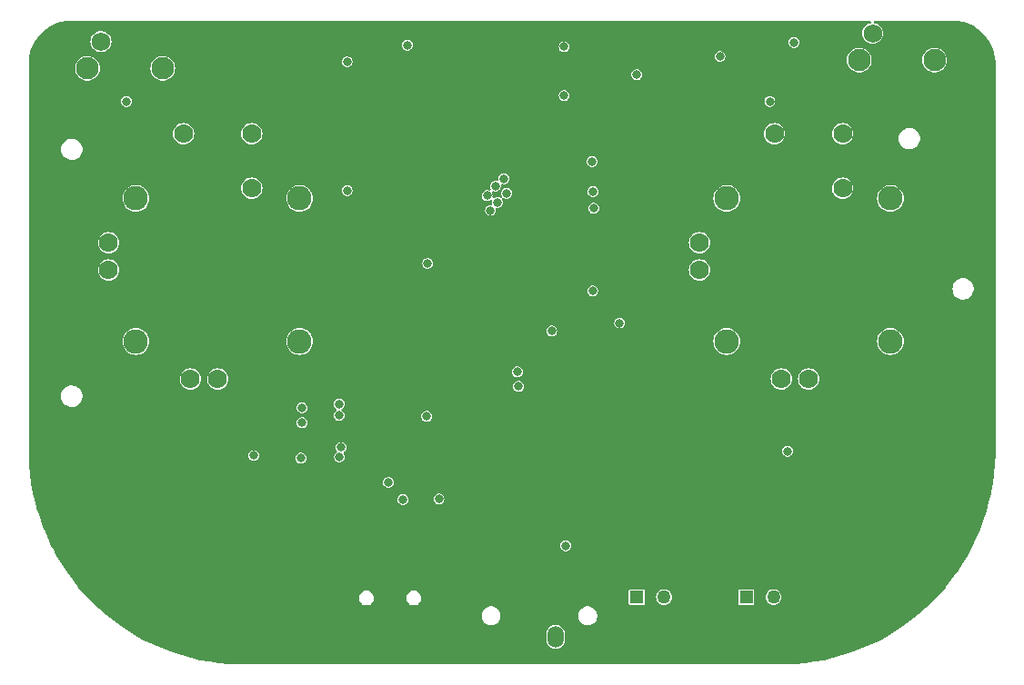
<source format=gbr>
%TF.GenerationSoftware,KiCad,Pcbnew,8.0.6*%
%TF.CreationDate,2025-02-26T11:59:32+01:00*%
%TF.ProjectId,CONTROL WIFI ESP32 S3 V4.0,434f4e54-524f-44c2-9057-494649204553,rev?*%
%TF.SameCoordinates,Original*%
%TF.FileFunction,Copper,L2,Inr*%
%TF.FilePolarity,Positive*%
%FSLAX46Y46*%
G04 Gerber Fmt 4.6, Leading zero omitted, Abs format (unit mm)*
G04 Created by KiCad (PCBNEW 8.0.6) date 2025-02-26 11:59:32*
%MOMM*%
%LPD*%
G01*
G04 APERTURE LIST*
G04 Aperture macros list*
%AMRoundRect*
0 Rectangle with rounded corners*
0 $1 Rounding radius*
0 $2 $3 $4 $5 $6 $7 $8 $9 X,Y pos of 4 corners*
0 Add a 4 corners polygon primitive as box body*
4,1,4,$2,$3,$4,$5,$6,$7,$8,$9,$2,$3,0*
0 Add four circle primitives for the rounded corners*
1,1,$1+$1,$2,$3*
1,1,$1+$1,$4,$5*
1,1,$1+$1,$6,$7*
1,1,$1+$1,$8,$9*
0 Add four rect primitives between the rounded corners*
20,1,$1+$1,$2,$3,$4,$5,0*
20,1,$1+$1,$4,$5,$6,$7,0*
20,1,$1+$1,$6,$7,$8,$9,0*
20,1,$1+$1,$8,$9,$2,$3,0*%
G04 Aperture macros list end*
%TA.AperFunction,ComponentPad*%
%ADD10R,1.268000X1.268000*%
%TD*%
%TA.AperFunction,ComponentPad*%
%ADD11C,1.268000*%
%TD*%
%TA.AperFunction,ComponentPad*%
%ADD12C,1.778000*%
%TD*%
%TA.AperFunction,ComponentPad*%
%ADD13C,2.286000*%
%TD*%
%TA.AperFunction,ComponentPad*%
%ADD14C,2.100000*%
%TD*%
%TA.AperFunction,ComponentPad*%
%ADD15C,1.750000*%
%TD*%
%TA.AperFunction,ComponentPad*%
%ADD16RoundRect,0.250001X-0.499999X-0.759999X0.499999X-0.759999X0.499999X0.759999X-0.499999X0.759999X0*%
%TD*%
%TA.AperFunction,ComponentPad*%
%ADD17O,1.500000X2.020000*%
%TD*%
%TA.AperFunction,ViaPad*%
%ADD18C,0.800000*%
%TD*%
G04 APERTURE END LIST*
D10*
%TO.N,+3.3V*%
%TO.C,POT1*%
X97950000Y-135500000D03*
D11*
%TO.N,IO5*%
X100490000Y-135500000D03*
%TO.N,GND*%
X103030000Y-135500000D03*
%TD*%
D12*
%TO.N,IO37*%
%TO.C,U4*%
X100575000Y-92300000D03*
%TO.N,N/C*%
X106925000Y-92300000D03*
%TO.N,GND*%
X100575000Y-97380000D03*
%TO.N,N/C*%
X106925000Y-97380000D03*
%TO.N,+3.3V*%
X101210000Y-115160000D03*
%TO.N,IO38*%
X103750000Y-115160000D03*
%TO.N,GND*%
X106290000Y-115160000D03*
D13*
%TO.N,unconnected-(U4-SHIELD-PadS1)_2*%
X96130000Y-98332500D03*
%TO.N,unconnected-(U4-SHIELD-PadS1)_3*%
X96130000Y-111667500D03*
%TO.N,unconnected-(U4-SHIELD-PadS1)*%
X111370000Y-111667500D03*
%TO.N,unconnected-(U4-SHIELD-PadS1)_1*%
X111370000Y-98332500D03*
D12*
%TO.N,+3.3V*%
X93590000Y-102460000D03*
%TO.N,IO40*%
X93590000Y-105000000D03*
%TO.N,GND*%
X93590000Y-107540000D03*
%TD*%
D14*
%TO.N,*%
%TO.C,SW3*%
X36625000Y-86217500D03*
X43635000Y-86217500D03*
D15*
%TO.N,IO13*%
X37875000Y-83727500D03*
%TO.N,GND*%
X42375000Y-83727500D03*
%TD*%
D16*
%TO.N,GND*%
%TO.C,J2*%
X77200000Y-139200000D03*
D17*
%TO.N,VIN*%
X80200000Y-139200000D03*
%TD*%
D12*
%TO.N,IO8*%
%TO.C,U5*%
X45575000Y-92300000D03*
%TO.N,N/C*%
X51925000Y-92300000D03*
%TO.N,GND*%
X45575000Y-97380000D03*
%TO.N,N/C*%
X51925000Y-97380000D03*
%TO.N,+3.3V*%
X46210000Y-115160000D03*
%TO.N,IO17*%
X48750000Y-115160000D03*
%TO.N,GND*%
X51290000Y-115160000D03*
D13*
%TO.N,unconnected-(U5-SHIELD-PadS1)_2*%
X41130000Y-98332500D03*
%TO.N,unconnected-(U5-SHIELD-PadS1)*%
X41130000Y-111667500D03*
%TO.N,unconnected-(U5-SHIELD-PadS1)_1*%
X56370000Y-111667500D03*
%TO.N,unconnected-(U5-SHIELD-PadS1)_3*%
X56370000Y-98332500D03*
D12*
%TO.N,+3.3V*%
X38590000Y-102460000D03*
%TO.N,IO18*%
X38590000Y-105000000D03*
%TO.N,GND*%
X38590000Y-107540000D03*
%TD*%
D14*
%TO.N,*%
%TO.C,SW2*%
X108475000Y-85452500D03*
X115485000Y-85452500D03*
D15*
%TO.N,IO15*%
X109725000Y-82962500D03*
%TO.N,GND*%
X114225000Y-82962500D03*
%TD*%
D10*
%TO.N,+3.3V*%
%TO.C,POT2*%
X87760000Y-135500000D03*
D11*
%TO.N,IO6*%
X90300000Y-135500000D03*
%TO.N,GND*%
X92840000Y-135500000D03*
%TD*%
D18*
%TO.N,GND*%
X66200000Y-82500000D03*
X81200000Y-82800000D03*
X62986500Y-124950000D03*
X80500000Y-107000000D03*
X67000000Y-128650000D03*
X67050000Y-125700000D03*
X77400000Y-122700000D03*
X70000000Y-124200000D03*
X75400000Y-90450000D03*
X66850000Y-121500000D03*
X83600000Y-108550000D03*
X77400000Y-112050000D03*
X74350000Y-128350000D03*
%TO.N,BT*%
X56500000Y-122550000D03*
X86175000Y-109950000D03*
%TO.N,+3.3V*%
X64650000Y-124800000D03*
X95500000Y-85100000D03*
X68200000Y-118650000D03*
X102400000Y-83800000D03*
X40250000Y-89300000D03*
X100150000Y-89300000D03*
X60800000Y-85600000D03*
X83650000Y-106950000D03*
X56600000Y-117850000D03*
X52100000Y-122300000D03*
X101800000Y-121900000D03*
X60800000Y-97600000D03*
X66400000Y-84050000D03*
X81150000Y-130700000D03*
%TO.N,EN*%
X74150000Y-99450000D03*
X73826545Y-98076545D03*
X60050000Y-117500000D03*
X81000000Y-84200000D03*
%TO.N,RX*%
X75650000Y-97850000D03*
X75401545Y-96501545D03*
X60100000Y-122436500D03*
X81000000Y-88750000D03*
%TO.N,TX*%
X60212185Y-121539183D03*
X74600000Y-97200000D03*
X74800000Y-98700000D03*
X87750000Y-86800000D03*
%TO.N,GND*%
X95500000Y-86450000D03*
%TO.N,IO15*%
X68300000Y-104400000D03*
%TO.N,+5V*%
X66000000Y-126400000D03*
X69350000Y-126350000D03*
%TO.N,IO5*%
X79850000Y-110700000D03*
%TO.N,IO6*%
X76750000Y-115863500D03*
X76650000Y-114500000D03*
%TO.N,Net-(Q1A-E1)*%
X56600000Y-119250000D03*
X60052000Y-118552000D03*
%TO.N,IO40*%
X83600000Y-94900000D03*
%TO.N,IO38*%
X83700000Y-97700000D03*
%TO.N,IO37*%
X83750000Y-99250000D03*
%TD*%
%TA.AperFunction,Conductor*%
%TO.N,GND*%
G36*
X109543234Y-81784685D02*
G01*
X109588989Y-81837489D01*
X109598933Y-81906647D01*
X109569908Y-81970203D01*
X109512190Y-82007661D01*
X109349881Y-82056896D01*
X109180424Y-82147473D01*
X109180417Y-82147477D01*
X109031879Y-82269379D01*
X108909977Y-82417917D01*
X108909973Y-82417924D01*
X108819396Y-82587381D01*
X108763614Y-82771270D01*
X108744780Y-82962500D01*
X108763614Y-83153729D01*
X108819396Y-83337618D01*
X108909973Y-83507075D01*
X108909977Y-83507082D01*
X109031879Y-83655620D01*
X109180417Y-83777522D01*
X109180424Y-83777526D01*
X109349881Y-83868103D01*
X109349883Y-83868103D01*
X109349886Y-83868105D01*
X109533769Y-83923885D01*
X109533768Y-83923885D01*
X109550914Y-83925573D01*
X109725000Y-83942720D01*
X109916231Y-83923885D01*
X110100114Y-83868105D01*
X110269581Y-83777523D01*
X110418120Y-83655620D01*
X110540023Y-83507081D01*
X110630605Y-83337614D01*
X110686385Y-83153731D01*
X110705220Y-82962500D01*
X110686385Y-82771269D01*
X110630605Y-82587386D01*
X110630603Y-82587383D01*
X110630603Y-82587381D01*
X110540026Y-82417924D01*
X110540022Y-82417917D01*
X110418120Y-82269379D01*
X110269582Y-82147477D01*
X110269575Y-82147473D01*
X110100118Y-82056896D01*
X109937810Y-82007661D01*
X109879371Y-81969363D01*
X109850915Y-81905551D01*
X109861475Y-81836484D01*
X109907699Y-81784090D01*
X109973805Y-81765000D01*
X117149213Y-81765000D01*
X117150733Y-81765008D01*
X117341077Y-81767343D01*
X117351681Y-81767930D01*
X117731224Y-81805312D01*
X117743249Y-81807096D01*
X118116527Y-81881345D01*
X118128329Y-81884301D01*
X118492544Y-81994785D01*
X118504002Y-81998885D01*
X118855627Y-82144532D01*
X118866626Y-82149734D01*
X119202282Y-82329147D01*
X119212713Y-82335399D01*
X119529169Y-82546849D01*
X119538942Y-82554097D01*
X119833148Y-82795544D01*
X119842165Y-82803717D01*
X120111282Y-83072834D01*
X120119455Y-83081851D01*
X120360902Y-83376057D01*
X120368150Y-83385830D01*
X120579600Y-83702286D01*
X120585856Y-83712724D01*
X120765264Y-84048372D01*
X120770467Y-84059372D01*
X120916114Y-84410997D01*
X120920214Y-84422455D01*
X121030698Y-84786670D01*
X121033654Y-84798474D01*
X121107902Y-85171744D01*
X121109688Y-85183781D01*
X121147068Y-85563304D01*
X121147656Y-85573937D01*
X121149991Y-85764266D01*
X121150000Y-85765787D01*
X121150000Y-121764661D01*
X121149998Y-121765357D01*
X121147496Y-122211385D01*
X121147373Y-122216252D01*
X121107335Y-123107762D01*
X121106961Y-123113314D01*
X121026996Y-124001798D01*
X121026373Y-124007328D01*
X120906626Y-124891336D01*
X120905755Y-124896832D01*
X120746473Y-125774549D01*
X120745357Y-125780001D01*
X120546850Y-126649716D01*
X120545490Y-126655112D01*
X120308169Y-127515023D01*
X120306569Y-127520352D01*
X120030904Y-128368763D01*
X120029066Y-128374016D01*
X119715610Y-129209216D01*
X119713538Y-129214380D01*
X119362942Y-130034642D01*
X119360641Y-130039709D01*
X118973583Y-130843441D01*
X118971057Y-130848399D01*
X118548334Y-131633950D01*
X118545588Y-131638790D01*
X118088034Y-132404606D01*
X118085073Y-132409317D01*
X117593643Y-133153803D01*
X117590474Y-133158377D01*
X117066136Y-133880068D01*
X117062765Y-133884496D01*
X116506559Y-134581954D01*
X116502993Y-134586225D01*
X115916069Y-135258015D01*
X115912314Y-135262123D01*
X115295838Y-135906904D01*
X115291904Y-135910838D01*
X114647123Y-136527314D01*
X114643015Y-136531069D01*
X113971225Y-137117993D01*
X113966954Y-137121559D01*
X113269496Y-137677765D01*
X113265068Y-137681136D01*
X112543377Y-138205474D01*
X112538803Y-138208643D01*
X111794317Y-138700073D01*
X111789606Y-138703034D01*
X111023790Y-139160588D01*
X111018950Y-139163334D01*
X110233399Y-139586057D01*
X110228441Y-139588583D01*
X109424709Y-139975641D01*
X109419642Y-139977942D01*
X108599380Y-140328538D01*
X108594216Y-140330610D01*
X107759016Y-140644066D01*
X107753763Y-140645904D01*
X106905352Y-140921569D01*
X106900023Y-140923169D01*
X106040112Y-141160490D01*
X106034716Y-141161850D01*
X105165001Y-141360357D01*
X105159549Y-141361473D01*
X104281832Y-141520755D01*
X104276336Y-141521626D01*
X103392328Y-141641373D01*
X103386798Y-141641996D01*
X102498314Y-141721961D01*
X102492762Y-141722335D01*
X101601252Y-141762373D01*
X101596385Y-141762496D01*
X101155615Y-141764968D01*
X101150355Y-141764998D01*
X101149662Y-141765000D01*
X51150338Y-141765000D01*
X51149644Y-141764998D01*
X51144338Y-141764968D01*
X50703614Y-141762496D01*
X50698747Y-141762373D01*
X49807237Y-141722335D01*
X49801685Y-141721961D01*
X48913201Y-141641996D01*
X48907671Y-141641373D01*
X48023663Y-141521626D01*
X48018167Y-141520755D01*
X47140450Y-141361473D01*
X47134998Y-141360357D01*
X46265283Y-141161850D01*
X46259887Y-141160490D01*
X45399976Y-140923169D01*
X45394647Y-140921569D01*
X44546236Y-140645904D01*
X44540983Y-140644066D01*
X43705783Y-140330610D01*
X43700619Y-140328538D01*
X42880357Y-139977942D01*
X42875290Y-139975641D01*
X42071558Y-139588583D01*
X42066600Y-139586057D01*
X41281049Y-139163334D01*
X41276209Y-139160588D01*
X40766796Y-138856228D01*
X79349500Y-138856228D01*
X79349500Y-139543771D01*
X79382182Y-139708074D01*
X79382184Y-139708082D01*
X79446295Y-139862860D01*
X79539373Y-140002162D01*
X79657837Y-140120626D01*
X79750494Y-140182537D01*
X79797137Y-140213703D01*
X79951918Y-140277816D01*
X80116228Y-140310499D01*
X80116232Y-140310500D01*
X80116233Y-140310500D01*
X80283768Y-140310500D01*
X80283769Y-140310499D01*
X80448082Y-140277816D01*
X80602863Y-140213703D01*
X80742162Y-140120626D01*
X80860626Y-140002162D01*
X80953703Y-139862863D01*
X81017816Y-139708082D01*
X81050500Y-139543767D01*
X81050500Y-138856233D01*
X81017816Y-138691918D01*
X80953703Y-138537137D01*
X80922537Y-138490494D01*
X80860626Y-138397837D01*
X80742162Y-138279373D01*
X80602860Y-138186295D01*
X80448082Y-138122184D01*
X80448074Y-138122182D01*
X80283771Y-138089500D01*
X80283767Y-138089500D01*
X80116233Y-138089500D01*
X80116228Y-138089500D01*
X79951925Y-138122182D01*
X79951917Y-138122184D01*
X79797139Y-138186295D01*
X79657837Y-138279373D01*
X79539373Y-138397837D01*
X79446295Y-138537139D01*
X79382184Y-138691917D01*
X79382182Y-138691925D01*
X79349500Y-138856228D01*
X40766796Y-138856228D01*
X40510393Y-138703034D01*
X40505682Y-138700073D01*
X39761196Y-138208643D01*
X39756622Y-138205474D01*
X39374454Y-137927813D01*
X39034917Y-137681125D01*
X39030517Y-137677775D01*
X38372196Y-137152781D01*
X73314500Y-137152781D01*
X73314500Y-137327218D01*
X73348527Y-137498283D01*
X73348529Y-137498291D01*
X73415278Y-137659439D01*
X73415283Y-137659448D01*
X73512186Y-137804473D01*
X73512189Y-137804477D01*
X73635522Y-137927810D01*
X73635526Y-137927813D01*
X73780551Y-138024716D01*
X73780557Y-138024719D01*
X73780558Y-138024720D01*
X73941709Y-138091471D01*
X74096105Y-138122182D01*
X74112781Y-138125499D01*
X74112785Y-138125500D01*
X74112786Y-138125500D01*
X74287215Y-138125500D01*
X74287216Y-138125499D01*
X74458291Y-138091471D01*
X74619442Y-138024720D01*
X74764474Y-137927813D01*
X74887813Y-137804474D01*
X74984720Y-137659442D01*
X75051471Y-137498291D01*
X75085500Y-137327214D01*
X75085500Y-137152786D01*
X75085499Y-137152781D01*
X82314500Y-137152781D01*
X82314500Y-137327218D01*
X82348527Y-137498283D01*
X82348529Y-137498291D01*
X82415278Y-137659439D01*
X82415283Y-137659448D01*
X82512186Y-137804473D01*
X82512189Y-137804477D01*
X82635522Y-137927810D01*
X82635526Y-137927813D01*
X82780551Y-138024716D01*
X82780557Y-138024719D01*
X82780558Y-138024720D01*
X82941709Y-138091471D01*
X83096105Y-138122182D01*
X83112781Y-138125499D01*
X83112785Y-138125500D01*
X83112786Y-138125500D01*
X83287215Y-138125500D01*
X83287216Y-138125499D01*
X83458291Y-138091471D01*
X83619442Y-138024720D01*
X83764474Y-137927813D01*
X83887813Y-137804474D01*
X83984720Y-137659442D01*
X84051471Y-137498291D01*
X84085500Y-137327214D01*
X84085500Y-137152786D01*
X84051471Y-136981709D01*
X83984720Y-136820558D01*
X83984719Y-136820557D01*
X83984716Y-136820551D01*
X83887813Y-136675526D01*
X83887810Y-136675522D01*
X83764477Y-136552189D01*
X83764473Y-136552186D01*
X83619448Y-136455283D01*
X83619439Y-136455278D01*
X83458291Y-136388529D01*
X83458283Y-136388527D01*
X83287218Y-136354500D01*
X83287214Y-136354500D01*
X83112786Y-136354500D01*
X83112781Y-136354500D01*
X82941716Y-136388527D01*
X82941708Y-136388529D01*
X82780560Y-136455278D01*
X82780551Y-136455283D01*
X82635526Y-136552186D01*
X82635522Y-136552189D01*
X82512189Y-136675522D01*
X82512186Y-136675526D01*
X82415283Y-136820551D01*
X82415278Y-136820560D01*
X82348529Y-136981708D01*
X82348527Y-136981716D01*
X82314500Y-137152781D01*
X75085499Y-137152781D01*
X75051471Y-136981709D01*
X74984720Y-136820558D01*
X74984719Y-136820557D01*
X74984716Y-136820551D01*
X74887813Y-136675526D01*
X74887810Y-136675522D01*
X74764477Y-136552189D01*
X74764473Y-136552186D01*
X74619448Y-136455283D01*
X74619439Y-136455278D01*
X74458291Y-136388529D01*
X74458283Y-136388527D01*
X74287218Y-136354500D01*
X74287214Y-136354500D01*
X74112786Y-136354500D01*
X74112781Y-136354500D01*
X73941716Y-136388527D01*
X73941708Y-136388529D01*
X73780560Y-136455278D01*
X73780551Y-136455283D01*
X73635526Y-136552186D01*
X73635522Y-136552189D01*
X73512189Y-136675522D01*
X73512186Y-136675526D01*
X73415283Y-136820551D01*
X73415278Y-136820560D01*
X73348529Y-136981708D01*
X73348527Y-136981716D01*
X73314500Y-137152781D01*
X38372196Y-137152781D01*
X38333045Y-137121559D01*
X38328774Y-137117993D01*
X37681158Y-136552189D01*
X37656970Y-136531057D01*
X37652889Y-136527326D01*
X37282516Y-136173212D01*
X37008095Y-135910838D01*
X37004161Y-135906904D01*
X36752793Y-135643995D01*
X61899499Y-135643995D01*
X61926418Y-135779322D01*
X61926421Y-135779332D01*
X61979221Y-135906804D01*
X61979228Y-135906817D01*
X62055885Y-136021541D01*
X62055888Y-136021545D01*
X62153454Y-136119111D01*
X62153458Y-136119114D01*
X62268182Y-136195771D01*
X62268195Y-136195778D01*
X62372901Y-136239148D01*
X62395672Y-136248580D01*
X62395676Y-136248580D01*
X62395677Y-136248581D01*
X62531004Y-136275500D01*
X62531007Y-136275500D01*
X62668995Y-136275500D01*
X62760041Y-136257389D01*
X62804328Y-136248580D01*
X62931811Y-136195775D01*
X63046542Y-136119114D01*
X63144114Y-136021542D01*
X63220775Y-135906811D01*
X63273580Y-135779328D01*
X63296426Y-135664476D01*
X63300500Y-135643995D01*
X66299499Y-135643995D01*
X66326418Y-135779322D01*
X66326421Y-135779332D01*
X66379221Y-135906804D01*
X66379228Y-135906817D01*
X66455885Y-136021541D01*
X66455888Y-136021545D01*
X66553454Y-136119111D01*
X66553458Y-136119114D01*
X66668182Y-136195771D01*
X66668195Y-136195778D01*
X66772901Y-136239148D01*
X66795672Y-136248580D01*
X66795676Y-136248580D01*
X66795677Y-136248581D01*
X66931004Y-136275500D01*
X66931007Y-136275500D01*
X67068995Y-136275500D01*
X67160041Y-136257389D01*
X67204328Y-136248580D01*
X67331811Y-136195775D01*
X67446542Y-136119114D01*
X67544114Y-136021542D01*
X67620775Y-135906811D01*
X67673580Y-135779328D01*
X67696426Y-135664476D01*
X67700500Y-135643995D01*
X67700500Y-135506004D01*
X67673581Y-135370677D01*
X67673580Y-135370676D01*
X67673580Y-135370672D01*
X67628618Y-135262123D01*
X67620778Y-135243195D01*
X67620771Y-135243182D01*
X67544114Y-135128458D01*
X67544111Y-135128454D01*
X67446545Y-135030888D01*
X67446541Y-135030885D01*
X67331817Y-134954228D01*
X67331804Y-134954221D01*
X67204332Y-134901421D01*
X67204322Y-134901418D01*
X67068995Y-134874500D01*
X67068993Y-134874500D01*
X66931007Y-134874500D01*
X66931005Y-134874500D01*
X66795677Y-134901418D01*
X66795667Y-134901421D01*
X66668195Y-134954221D01*
X66668182Y-134954228D01*
X66553458Y-135030885D01*
X66553454Y-135030888D01*
X66455888Y-135128454D01*
X66455885Y-135128458D01*
X66379228Y-135243182D01*
X66379221Y-135243195D01*
X66326421Y-135370667D01*
X66326418Y-135370677D01*
X66299500Y-135506004D01*
X66299500Y-135506007D01*
X66299500Y-135643993D01*
X66299500Y-135643995D01*
X66299499Y-135643995D01*
X63300500Y-135643995D01*
X63300500Y-135506004D01*
X63273581Y-135370677D01*
X63273580Y-135370676D01*
X63273580Y-135370672D01*
X63228618Y-135262123D01*
X63220778Y-135243195D01*
X63220771Y-135243182D01*
X63144114Y-135128458D01*
X63144111Y-135128454D01*
X63046545Y-135030888D01*
X63046541Y-135030885D01*
X62931817Y-134954228D01*
X62931804Y-134954221D01*
X62804332Y-134901421D01*
X62804322Y-134901418D01*
X62668995Y-134874500D01*
X62668993Y-134874500D01*
X62531007Y-134874500D01*
X62531005Y-134874500D01*
X62395677Y-134901418D01*
X62395667Y-134901421D01*
X62268195Y-134954221D01*
X62268182Y-134954228D01*
X62153458Y-135030885D01*
X62153454Y-135030888D01*
X62055888Y-135128454D01*
X62055885Y-135128458D01*
X61979228Y-135243182D01*
X61979221Y-135243195D01*
X61926421Y-135370667D01*
X61926418Y-135370677D01*
X61899500Y-135506004D01*
X61899500Y-135506007D01*
X61899500Y-135643993D01*
X61899500Y-135643995D01*
X61899499Y-135643995D01*
X36752793Y-135643995D01*
X36620860Y-135506004D01*
X36387671Y-135262108D01*
X36383944Y-135258031D01*
X36032786Y-134856098D01*
X87025500Y-134856098D01*
X87025500Y-136143894D01*
X87025501Y-136143902D01*
X87031330Y-136173212D01*
X87053542Y-136206457D01*
X87070219Y-136217599D01*
X87086787Y-136228669D01*
X87086790Y-136228669D01*
X87086791Y-136228670D01*
X87096647Y-136230630D01*
X87116101Y-136234500D01*
X88403898Y-136234499D01*
X88433213Y-136228669D01*
X88466457Y-136206457D01*
X88488669Y-136173213D01*
X88494500Y-136143899D01*
X88494499Y-135499996D01*
X89560852Y-135499996D01*
X89560852Y-135500003D01*
X89579382Y-135664472D01*
X89634050Y-135820703D01*
X89634051Y-135820704D01*
X89722111Y-135960851D01*
X89839149Y-136077889D01*
X89979293Y-136165947D01*
X89979296Y-136165949D01*
X90135527Y-136220617D01*
X90299996Y-136239148D01*
X90300000Y-136239148D01*
X90300004Y-136239148D01*
X90464472Y-136220617D01*
X90464474Y-136220616D01*
X90464476Y-136220616D01*
X90620704Y-136165949D01*
X90760851Y-136077889D01*
X90877889Y-135960851D01*
X90965949Y-135820704D01*
X91020616Y-135664476D01*
X91020616Y-135664474D01*
X91020617Y-135664472D01*
X91039148Y-135500003D01*
X91039148Y-135499996D01*
X91020617Y-135335527D01*
X90965949Y-135179296D01*
X90965947Y-135179293D01*
X90877888Y-135039148D01*
X90760851Y-134922111D01*
X90655792Y-134856098D01*
X97215500Y-134856098D01*
X97215500Y-136143894D01*
X97215501Y-136143902D01*
X97221330Y-136173212D01*
X97243542Y-136206457D01*
X97260219Y-136217599D01*
X97276787Y-136228669D01*
X97276790Y-136228669D01*
X97276791Y-136228670D01*
X97286647Y-136230630D01*
X97306101Y-136234500D01*
X98593898Y-136234499D01*
X98623213Y-136228669D01*
X98656457Y-136206457D01*
X98678669Y-136173213D01*
X98684500Y-136143899D01*
X98684499Y-135499996D01*
X99750852Y-135499996D01*
X99750852Y-135500003D01*
X99769382Y-135664472D01*
X99824050Y-135820703D01*
X99824051Y-135820704D01*
X99912111Y-135960851D01*
X100029149Y-136077889D01*
X100169293Y-136165947D01*
X100169296Y-136165949D01*
X100325527Y-136220617D01*
X100489996Y-136239148D01*
X100490000Y-136239148D01*
X100490004Y-136239148D01*
X100654472Y-136220617D01*
X100654474Y-136220616D01*
X100654476Y-136220616D01*
X100810704Y-136165949D01*
X100950851Y-136077889D01*
X101067889Y-135960851D01*
X101155949Y-135820704D01*
X101210616Y-135664476D01*
X101210616Y-135664474D01*
X101210617Y-135664472D01*
X101229148Y-135500003D01*
X101229148Y-135499996D01*
X101210617Y-135335527D01*
X101155949Y-135179296D01*
X101155947Y-135179293D01*
X101067888Y-135039148D01*
X100950851Y-134922111D01*
X100810706Y-134834052D01*
X100810703Y-134834050D01*
X100654472Y-134779382D01*
X100490004Y-134760852D01*
X100489996Y-134760852D01*
X100325527Y-134779382D01*
X100169296Y-134834050D01*
X100169293Y-134834052D01*
X100029148Y-134922111D01*
X99912111Y-135039148D01*
X99824052Y-135179293D01*
X99824050Y-135179296D01*
X99769382Y-135335527D01*
X99750852Y-135499996D01*
X98684499Y-135499996D01*
X98684499Y-134856102D01*
X98678669Y-134826787D01*
X98678668Y-134826785D01*
X98656457Y-134793542D01*
X98623214Y-134771332D01*
X98623215Y-134771332D01*
X98623213Y-134771331D01*
X98623211Y-134771330D01*
X98623208Y-134771329D01*
X98593901Y-134765500D01*
X97306105Y-134765500D01*
X97306097Y-134765501D01*
X97276787Y-134771330D01*
X97243542Y-134793542D01*
X97221332Y-134826785D01*
X97221329Y-134826791D01*
X97215500Y-134856098D01*
X90655792Y-134856098D01*
X90620706Y-134834052D01*
X90620703Y-134834050D01*
X90464472Y-134779382D01*
X90300004Y-134760852D01*
X90299996Y-134760852D01*
X90135527Y-134779382D01*
X89979296Y-134834050D01*
X89979293Y-134834052D01*
X89839148Y-134922111D01*
X89722111Y-135039148D01*
X89634052Y-135179293D01*
X89634050Y-135179296D01*
X89579382Y-135335527D01*
X89560852Y-135499996D01*
X88494499Y-135499996D01*
X88494499Y-134856102D01*
X88488669Y-134826787D01*
X88488668Y-134826785D01*
X88466457Y-134793542D01*
X88433214Y-134771332D01*
X88433215Y-134771332D01*
X88433213Y-134771331D01*
X88433211Y-134771330D01*
X88433208Y-134771329D01*
X88403901Y-134765500D01*
X87116105Y-134765500D01*
X87116097Y-134765501D01*
X87086787Y-134771330D01*
X87053542Y-134793542D01*
X87031332Y-134826785D01*
X87031329Y-134826791D01*
X87025500Y-134856098D01*
X36032786Y-134856098D01*
X35797006Y-134586225D01*
X35793440Y-134581954D01*
X35716970Y-134486064D01*
X35237218Y-133884476D01*
X35233879Y-133880089D01*
X34709525Y-133158377D01*
X34706356Y-133153803D01*
X34214926Y-132409317D01*
X34211965Y-132404606D01*
X33754411Y-131638790D01*
X33751665Y-131633950D01*
X33454725Y-131082143D01*
X33328937Y-130848390D01*
X33326416Y-130843441D01*
X33325942Y-130842456D01*
X33257339Y-130700000D01*
X80644353Y-130700000D01*
X80664834Y-130842456D01*
X80724622Y-130973371D01*
X80724623Y-130973373D01*
X80818872Y-131082143D01*
X80939947Y-131159953D01*
X80939950Y-131159954D01*
X80939949Y-131159954D01*
X81078036Y-131200499D01*
X81078038Y-131200500D01*
X81078039Y-131200500D01*
X81221962Y-131200500D01*
X81221962Y-131200499D01*
X81360053Y-131159953D01*
X81481128Y-131082143D01*
X81575377Y-130973373D01*
X81635165Y-130842457D01*
X81655647Y-130700000D01*
X81635165Y-130557543D01*
X81575377Y-130426627D01*
X81481128Y-130317857D01*
X81360053Y-130240047D01*
X81360051Y-130240046D01*
X81360049Y-130240045D01*
X81360050Y-130240045D01*
X81221963Y-130199500D01*
X81221961Y-130199500D01*
X81078039Y-130199500D01*
X81078036Y-130199500D01*
X80939949Y-130240045D01*
X80818873Y-130317856D01*
X80724623Y-130426626D01*
X80724622Y-130426628D01*
X80664834Y-130557543D01*
X80644353Y-130700000D01*
X33257339Y-130700000D01*
X32939349Y-130039690D01*
X32937066Y-130034661D01*
X32586460Y-129214378D01*
X32584389Y-129209216D01*
X32270933Y-128374016D01*
X32269095Y-128368763D01*
X31993430Y-127520352D01*
X31991830Y-127515023D01*
X31789567Y-126782143D01*
X31754507Y-126655107D01*
X31753149Y-126649716D01*
X31696153Y-126400000D01*
X65494353Y-126400000D01*
X65514834Y-126542456D01*
X65563819Y-126649716D01*
X65574623Y-126673373D01*
X65668872Y-126782143D01*
X65789947Y-126859953D01*
X65789950Y-126859954D01*
X65789949Y-126859954D01*
X65928036Y-126900499D01*
X65928038Y-126900500D01*
X65928039Y-126900500D01*
X66071962Y-126900500D01*
X66071962Y-126900499D01*
X66210053Y-126859953D01*
X66331128Y-126782143D01*
X66425377Y-126673373D01*
X66485165Y-126542457D01*
X66505647Y-126400000D01*
X66498458Y-126350000D01*
X68844353Y-126350000D01*
X68864834Y-126492456D01*
X68887669Y-126542456D01*
X68924623Y-126623373D01*
X69018872Y-126732143D01*
X69139947Y-126809953D01*
X69139950Y-126809954D01*
X69139949Y-126809954D01*
X69278036Y-126850499D01*
X69278038Y-126850500D01*
X69278039Y-126850500D01*
X69421962Y-126850500D01*
X69421962Y-126850499D01*
X69560053Y-126809953D01*
X69681128Y-126732143D01*
X69775377Y-126623373D01*
X69835165Y-126492457D01*
X69855647Y-126350000D01*
X69835165Y-126207543D01*
X69775377Y-126076627D01*
X69681128Y-125967857D01*
X69560053Y-125890047D01*
X69560051Y-125890046D01*
X69560049Y-125890045D01*
X69560050Y-125890045D01*
X69421963Y-125849500D01*
X69421961Y-125849500D01*
X69278039Y-125849500D01*
X69278036Y-125849500D01*
X69139949Y-125890045D01*
X69018873Y-125967856D01*
X68924623Y-126076626D01*
X68924622Y-126076628D01*
X68864834Y-126207543D01*
X68844353Y-126350000D01*
X66498458Y-126350000D01*
X66485165Y-126257543D01*
X66425377Y-126126627D01*
X66331128Y-126017857D01*
X66210053Y-125940047D01*
X66210051Y-125940046D01*
X66210049Y-125940045D01*
X66210050Y-125940045D01*
X66071963Y-125899500D01*
X66071961Y-125899500D01*
X65928039Y-125899500D01*
X65928036Y-125899500D01*
X65789949Y-125940045D01*
X65668873Y-126017856D01*
X65574623Y-126126626D01*
X65574622Y-126126628D01*
X65514834Y-126257543D01*
X65494353Y-126400000D01*
X31696153Y-126400000D01*
X31554634Y-125779964D01*
X31553533Y-125774585D01*
X31394238Y-124896794D01*
X31393379Y-124891374D01*
X31381001Y-124800000D01*
X64144353Y-124800000D01*
X64164834Y-124942456D01*
X64224622Y-125073371D01*
X64224623Y-125073373D01*
X64318872Y-125182143D01*
X64439947Y-125259953D01*
X64439950Y-125259954D01*
X64439949Y-125259954D01*
X64578036Y-125300499D01*
X64578038Y-125300500D01*
X64578039Y-125300500D01*
X64721962Y-125300500D01*
X64721962Y-125300499D01*
X64860053Y-125259953D01*
X64981128Y-125182143D01*
X65075377Y-125073373D01*
X65135165Y-124942457D01*
X65155647Y-124800000D01*
X65135165Y-124657543D01*
X65075377Y-124526627D01*
X64981128Y-124417857D01*
X64860053Y-124340047D01*
X64860051Y-124340046D01*
X64860049Y-124340045D01*
X64860050Y-124340045D01*
X64721963Y-124299500D01*
X64721961Y-124299500D01*
X64578039Y-124299500D01*
X64578036Y-124299500D01*
X64439949Y-124340045D01*
X64318873Y-124417856D01*
X64224623Y-124526626D01*
X64224622Y-124526628D01*
X64164834Y-124657543D01*
X64144353Y-124800000D01*
X31381001Y-124800000D01*
X31273624Y-124007313D01*
X31273003Y-124001798D01*
X31193035Y-123113280D01*
X31192666Y-123107797D01*
X31156387Y-122300000D01*
X51594353Y-122300000D01*
X51614834Y-122442456D01*
X51663949Y-122550000D01*
X51674623Y-122573373D01*
X51768872Y-122682143D01*
X51889947Y-122759953D01*
X51889950Y-122759954D01*
X51889949Y-122759954D01*
X52028036Y-122800499D01*
X52028038Y-122800500D01*
X52028039Y-122800500D01*
X52171962Y-122800500D01*
X52171962Y-122800499D01*
X52310053Y-122759953D01*
X52431128Y-122682143D01*
X52525377Y-122573373D01*
X52536051Y-122550000D01*
X55994353Y-122550000D01*
X56014834Y-122692456D01*
X56045660Y-122759954D01*
X56074623Y-122823373D01*
X56168872Y-122932143D01*
X56289947Y-123009953D01*
X56289950Y-123009954D01*
X56289949Y-123009954D01*
X56428036Y-123050499D01*
X56428038Y-123050500D01*
X56428039Y-123050500D01*
X56571962Y-123050500D01*
X56571962Y-123050499D01*
X56710053Y-123009953D01*
X56831128Y-122932143D01*
X56925377Y-122823373D01*
X56985165Y-122692457D01*
X57005647Y-122550000D01*
X56989328Y-122436500D01*
X59594353Y-122436500D01*
X59614834Y-122578956D01*
X59661959Y-122682143D01*
X59674623Y-122709873D01*
X59768872Y-122818643D01*
X59889947Y-122896453D01*
X59889950Y-122896454D01*
X59889949Y-122896454D01*
X59997107Y-122927917D01*
X60011497Y-122932143D01*
X60028036Y-122936999D01*
X60028038Y-122937000D01*
X60028039Y-122937000D01*
X60171962Y-122937000D01*
X60171962Y-122936999D01*
X60310053Y-122896453D01*
X60431128Y-122818643D01*
X60525377Y-122709873D01*
X60585165Y-122578957D01*
X60605647Y-122436500D01*
X60585165Y-122294043D01*
X60525377Y-122163127D01*
X60490925Y-122123367D01*
X60461901Y-122059814D01*
X60471844Y-121990655D01*
X60517598Y-121937851D01*
X60543313Y-121921326D01*
X60561792Y-121900000D01*
X101294353Y-121900000D01*
X101314834Y-122042456D01*
X101369943Y-122163126D01*
X101374623Y-122173373D01*
X101468872Y-122282143D01*
X101589947Y-122359953D01*
X101589950Y-122359954D01*
X101589949Y-122359954D01*
X101728036Y-122400499D01*
X101728038Y-122400500D01*
X101728039Y-122400500D01*
X101871962Y-122400500D01*
X101871962Y-122400499D01*
X102010053Y-122359953D01*
X102131128Y-122282143D01*
X102225377Y-122173373D01*
X102285165Y-122042457D01*
X102305647Y-121900000D01*
X102285165Y-121757543D01*
X102225377Y-121626627D01*
X102131128Y-121517857D01*
X102010053Y-121440047D01*
X102010051Y-121440046D01*
X102010049Y-121440045D01*
X102010050Y-121440045D01*
X101871963Y-121399500D01*
X101871961Y-121399500D01*
X101728039Y-121399500D01*
X101728036Y-121399500D01*
X101589949Y-121440045D01*
X101468873Y-121517856D01*
X101374623Y-121626626D01*
X101374622Y-121626628D01*
X101314834Y-121757543D01*
X101294353Y-121900000D01*
X60561792Y-121900000D01*
X60637562Y-121812556D01*
X60697350Y-121681640D01*
X60717832Y-121539183D01*
X60697350Y-121396726D01*
X60637562Y-121265810D01*
X60543313Y-121157040D01*
X60422238Y-121079230D01*
X60422236Y-121079229D01*
X60422234Y-121079228D01*
X60422235Y-121079228D01*
X60284148Y-121038683D01*
X60284146Y-121038683D01*
X60140224Y-121038683D01*
X60140221Y-121038683D01*
X60002134Y-121079228D01*
X59881058Y-121157039D01*
X59786808Y-121265809D01*
X59786807Y-121265811D01*
X59727019Y-121396726D01*
X59706538Y-121539183D01*
X59727019Y-121681639D01*
X59780845Y-121799500D01*
X59786808Y-121812556D01*
X59821258Y-121852314D01*
X59850283Y-121915869D01*
X59840339Y-121985027D01*
X59794587Y-122037830D01*
X59768873Y-122054355D01*
X59674623Y-122163126D01*
X59674622Y-122163128D01*
X59614834Y-122294043D01*
X59594353Y-122436500D01*
X56989328Y-122436500D01*
X56985165Y-122407543D01*
X56925377Y-122276627D01*
X56831128Y-122167857D01*
X56710053Y-122090047D01*
X56710051Y-122090046D01*
X56710049Y-122090045D01*
X56710050Y-122090045D01*
X56571963Y-122049500D01*
X56571961Y-122049500D01*
X56428039Y-122049500D01*
X56428036Y-122049500D01*
X56289949Y-122090045D01*
X56168873Y-122167856D01*
X56074623Y-122276626D01*
X56074622Y-122276628D01*
X56014834Y-122407543D01*
X55994353Y-122550000D01*
X52536051Y-122550000D01*
X52585165Y-122442457D01*
X52605647Y-122300000D01*
X52585165Y-122157543D01*
X52525377Y-122026627D01*
X52431128Y-121917857D01*
X52310053Y-121840047D01*
X52310051Y-121840046D01*
X52310049Y-121840045D01*
X52310050Y-121840045D01*
X52171963Y-121799500D01*
X52171961Y-121799500D01*
X52028039Y-121799500D01*
X52028036Y-121799500D01*
X51889949Y-121840045D01*
X51768873Y-121917856D01*
X51674623Y-122026626D01*
X51674622Y-122026628D01*
X51614834Y-122157543D01*
X51594353Y-122300000D01*
X31156387Y-122300000D01*
X31152625Y-122216236D01*
X31152503Y-122211384D01*
X31152232Y-122163128D01*
X31150002Y-121765356D01*
X31150000Y-121764661D01*
X31150000Y-119250000D01*
X56094353Y-119250000D01*
X56114834Y-119392456D01*
X56174622Y-119523371D01*
X56174623Y-119523373D01*
X56268872Y-119632143D01*
X56389947Y-119709953D01*
X56389950Y-119709954D01*
X56389949Y-119709954D01*
X56528036Y-119750499D01*
X56528038Y-119750500D01*
X56528039Y-119750500D01*
X56671962Y-119750500D01*
X56671962Y-119750499D01*
X56810053Y-119709953D01*
X56931128Y-119632143D01*
X57025377Y-119523373D01*
X57085165Y-119392457D01*
X57105647Y-119250000D01*
X57085165Y-119107543D01*
X57025377Y-118976627D01*
X56931128Y-118867857D01*
X56810053Y-118790047D01*
X56810051Y-118790046D01*
X56810049Y-118790045D01*
X56810050Y-118790045D01*
X56671963Y-118749500D01*
X56671961Y-118749500D01*
X56528039Y-118749500D01*
X56528036Y-118749500D01*
X56389949Y-118790045D01*
X56268873Y-118867856D01*
X56174623Y-118976626D01*
X56174622Y-118976628D01*
X56114834Y-119107543D01*
X56094353Y-119250000D01*
X31150000Y-119250000D01*
X31150000Y-117850000D01*
X56094353Y-117850000D01*
X56114834Y-117992456D01*
X56141799Y-118051500D01*
X56174623Y-118123373D01*
X56268872Y-118232143D01*
X56389947Y-118309953D01*
X56389950Y-118309954D01*
X56389949Y-118309954D01*
X56528036Y-118350499D01*
X56528038Y-118350500D01*
X56528039Y-118350500D01*
X56671962Y-118350500D01*
X56671962Y-118350499D01*
X56810053Y-118309953D01*
X56931128Y-118232143D01*
X57025377Y-118123373D01*
X57085165Y-117992457D01*
X57105647Y-117850000D01*
X57085165Y-117707543D01*
X57025377Y-117576627D01*
X56958980Y-117500000D01*
X59544353Y-117500000D01*
X59564834Y-117642456D01*
X59593475Y-117705170D01*
X59624623Y-117773373D01*
X59718872Y-117882143D01*
X59781400Y-117922327D01*
X59827154Y-117975130D01*
X59837098Y-118044288D01*
X59808073Y-118107844D01*
X59781400Y-118130957D01*
X59720874Y-118169855D01*
X59626623Y-118278626D01*
X59626622Y-118278628D01*
X59566834Y-118409543D01*
X59546353Y-118552000D01*
X59566834Y-118694456D01*
X59626622Y-118825371D01*
X59626623Y-118825373D01*
X59720872Y-118934143D01*
X59841947Y-119011953D01*
X59841950Y-119011954D01*
X59841949Y-119011954D01*
X59980036Y-119052499D01*
X59980038Y-119052500D01*
X59980039Y-119052500D01*
X60123962Y-119052500D01*
X60123962Y-119052499D01*
X60262053Y-119011953D01*
X60383128Y-118934143D01*
X60477377Y-118825373D01*
X60537165Y-118694457D01*
X60543557Y-118650000D01*
X67694353Y-118650000D01*
X67714834Y-118792456D01*
X67729866Y-118825371D01*
X67774623Y-118923373D01*
X67868872Y-119032143D01*
X67989947Y-119109953D01*
X67989950Y-119109954D01*
X67989949Y-119109954D01*
X68128036Y-119150499D01*
X68128038Y-119150500D01*
X68128039Y-119150500D01*
X68271962Y-119150500D01*
X68271962Y-119150499D01*
X68410053Y-119109953D01*
X68531128Y-119032143D01*
X68625377Y-118923373D01*
X68685165Y-118792457D01*
X68705647Y-118650000D01*
X68685165Y-118507543D01*
X68625377Y-118376627D01*
X68531128Y-118267857D01*
X68410053Y-118190047D01*
X68410051Y-118190046D01*
X68410049Y-118190045D01*
X68410050Y-118190045D01*
X68271963Y-118149500D01*
X68271961Y-118149500D01*
X68128039Y-118149500D01*
X68128036Y-118149500D01*
X67989949Y-118190045D01*
X67868873Y-118267856D01*
X67774623Y-118376626D01*
X67774622Y-118376628D01*
X67714834Y-118507543D01*
X67694353Y-118650000D01*
X60543557Y-118650000D01*
X60557647Y-118552000D01*
X60537165Y-118409543D01*
X60477377Y-118278627D01*
X60383128Y-118169857D01*
X60320599Y-118129672D01*
X60274845Y-118076869D01*
X60264901Y-118007710D01*
X60293926Y-117944154D01*
X60320596Y-117921044D01*
X60381128Y-117882143D01*
X60475377Y-117773373D01*
X60535165Y-117642457D01*
X60555647Y-117500000D01*
X60535165Y-117357543D01*
X60475377Y-117226627D01*
X60381128Y-117117857D01*
X60260053Y-117040047D01*
X60260051Y-117040046D01*
X60260049Y-117040045D01*
X60260050Y-117040045D01*
X60121963Y-116999500D01*
X60121961Y-116999500D01*
X59978039Y-116999500D01*
X59978036Y-116999500D01*
X59839949Y-117040045D01*
X59718873Y-117117856D01*
X59624623Y-117226626D01*
X59624622Y-117226628D01*
X59564834Y-117357543D01*
X59544353Y-117500000D01*
X56958980Y-117500000D01*
X56931128Y-117467857D01*
X56810053Y-117390047D01*
X56810051Y-117390046D01*
X56810049Y-117390045D01*
X56810050Y-117390045D01*
X56671963Y-117349500D01*
X56671961Y-117349500D01*
X56528039Y-117349500D01*
X56528036Y-117349500D01*
X56389949Y-117390045D01*
X56268873Y-117467856D01*
X56174623Y-117576626D01*
X56174622Y-117576628D01*
X56114834Y-117707543D01*
X56094353Y-117850000D01*
X31150000Y-117850000D01*
X31150000Y-116765000D01*
X34147422Y-116765000D01*
X34167943Y-116966819D01*
X34228669Y-117160364D01*
X34228676Y-117160379D01*
X34327118Y-117337738D01*
X34327121Y-117337743D01*
X34459255Y-117491660D01*
X34459256Y-117491662D01*
X34569024Y-117576628D01*
X34619672Y-117615832D01*
X34801799Y-117705170D01*
X34998182Y-117756017D01*
X35200780Y-117766292D01*
X35401299Y-117735573D01*
X35591530Y-117665120D01*
X35763684Y-117557815D01*
X35910715Y-117418052D01*
X36026601Y-117251553D01*
X36106600Y-117065135D01*
X36147435Y-116866429D01*
X36150000Y-116765000D01*
X36147435Y-116663571D01*
X36106600Y-116464865D01*
X36026601Y-116278447D01*
X35910715Y-116111948D01*
X35763684Y-115972185D01*
X35591530Y-115864880D01*
X35587804Y-115863500D01*
X35401300Y-115794427D01*
X35401294Y-115794426D01*
X35200781Y-115763708D01*
X35200780Y-115763708D01*
X35099481Y-115768845D01*
X34998181Y-115773983D01*
X34801798Y-115824830D01*
X34619668Y-115914170D01*
X34459256Y-116038337D01*
X34459255Y-116038339D01*
X34327121Y-116192256D01*
X34327118Y-116192261D01*
X34228676Y-116369620D01*
X34228669Y-116369635D01*
X34167943Y-116563180D01*
X34147422Y-116765000D01*
X31150000Y-116765000D01*
X31150000Y-115160000D01*
X45215712Y-115160000D01*
X45234816Y-115353972D01*
X45234816Y-115353974D01*
X45234817Y-115353976D01*
X45273458Y-115481357D01*
X45291400Y-115540504D01*
X45383276Y-115712391D01*
X45383281Y-115712398D01*
X45506931Y-115863068D01*
X45569200Y-115914170D01*
X45657603Y-115986720D01*
X45657606Y-115986721D01*
X45657608Y-115986723D01*
X45829495Y-116078599D01*
X45829498Y-116078599D01*
X45829502Y-116078602D01*
X46016024Y-116135183D01*
X46210000Y-116154288D01*
X46403976Y-116135183D01*
X46590498Y-116078602D01*
X46665829Y-116038337D01*
X46762391Y-115986723D01*
X46762389Y-115986723D01*
X46762397Y-115986720D01*
X46913068Y-115863068D01*
X47036720Y-115712397D01*
X47128602Y-115540498D01*
X47185183Y-115353976D01*
X47204288Y-115160000D01*
X47755712Y-115160000D01*
X47774816Y-115353972D01*
X47774816Y-115353974D01*
X47774817Y-115353976D01*
X47813458Y-115481357D01*
X47831400Y-115540504D01*
X47923276Y-115712391D01*
X47923281Y-115712398D01*
X48046931Y-115863068D01*
X48109200Y-115914170D01*
X48197603Y-115986720D01*
X48197606Y-115986721D01*
X48197608Y-115986723D01*
X48369495Y-116078599D01*
X48369498Y-116078599D01*
X48369502Y-116078602D01*
X48556024Y-116135183D01*
X48750000Y-116154288D01*
X48943976Y-116135183D01*
X49130498Y-116078602D01*
X49205829Y-116038337D01*
X49302391Y-115986723D01*
X49302389Y-115986723D01*
X49302397Y-115986720D01*
X49452542Y-115863500D01*
X76244353Y-115863500D01*
X76264834Y-116005956D01*
X76298010Y-116078599D01*
X76324623Y-116136873D01*
X76418872Y-116245643D01*
X76539947Y-116323453D01*
X76539950Y-116323454D01*
X76539949Y-116323454D01*
X76678036Y-116363999D01*
X76678038Y-116364000D01*
X76678039Y-116364000D01*
X76821962Y-116364000D01*
X76821962Y-116363999D01*
X76960053Y-116323453D01*
X77081128Y-116245643D01*
X77175377Y-116136873D01*
X77235165Y-116005957D01*
X77255647Y-115863500D01*
X77235165Y-115721043D01*
X77175377Y-115590127D01*
X77081128Y-115481357D01*
X76960053Y-115403547D01*
X76960051Y-115403546D01*
X76960049Y-115403545D01*
X76960050Y-115403545D01*
X76821963Y-115363000D01*
X76821961Y-115363000D01*
X76678039Y-115363000D01*
X76678036Y-115363000D01*
X76539949Y-115403545D01*
X76418873Y-115481356D01*
X76324623Y-115590126D01*
X76324622Y-115590128D01*
X76264834Y-115721043D01*
X76244353Y-115863500D01*
X49452542Y-115863500D01*
X49453068Y-115863068D01*
X49576720Y-115712397D01*
X49668602Y-115540498D01*
X49725183Y-115353976D01*
X49744288Y-115160000D01*
X100215712Y-115160000D01*
X100234816Y-115353972D01*
X100234816Y-115353974D01*
X100234817Y-115353976D01*
X100273458Y-115481357D01*
X100291400Y-115540504D01*
X100383276Y-115712391D01*
X100383281Y-115712398D01*
X100506931Y-115863068D01*
X100569200Y-115914170D01*
X100657603Y-115986720D01*
X100657606Y-115986721D01*
X100657608Y-115986723D01*
X100829495Y-116078599D01*
X100829498Y-116078599D01*
X100829502Y-116078602D01*
X101016024Y-116135183D01*
X101210000Y-116154288D01*
X101403976Y-116135183D01*
X101590498Y-116078602D01*
X101665829Y-116038337D01*
X101762391Y-115986723D01*
X101762389Y-115986723D01*
X101762397Y-115986720D01*
X101913068Y-115863068D01*
X102036720Y-115712397D01*
X102128602Y-115540498D01*
X102185183Y-115353976D01*
X102204288Y-115160000D01*
X102755712Y-115160000D01*
X102774816Y-115353972D01*
X102774816Y-115353974D01*
X102774817Y-115353976D01*
X102813458Y-115481357D01*
X102831400Y-115540504D01*
X102923276Y-115712391D01*
X102923281Y-115712398D01*
X103046931Y-115863068D01*
X103109200Y-115914170D01*
X103197603Y-115986720D01*
X103197606Y-115986721D01*
X103197608Y-115986723D01*
X103369495Y-116078599D01*
X103369498Y-116078599D01*
X103369502Y-116078602D01*
X103556024Y-116135183D01*
X103750000Y-116154288D01*
X103943976Y-116135183D01*
X104130498Y-116078602D01*
X104205829Y-116038337D01*
X104302391Y-115986723D01*
X104302389Y-115986723D01*
X104302397Y-115986720D01*
X104453068Y-115863068D01*
X104576720Y-115712397D01*
X104668602Y-115540498D01*
X104725183Y-115353976D01*
X104744288Y-115160000D01*
X104725183Y-114966024D01*
X104668602Y-114779502D01*
X104668599Y-114779498D01*
X104668599Y-114779495D01*
X104576723Y-114607608D01*
X104576721Y-114607606D01*
X104576720Y-114607603D01*
X104488413Y-114500000D01*
X104453068Y-114456931D01*
X104302398Y-114333281D01*
X104302391Y-114333276D01*
X104130504Y-114241400D01*
X104130498Y-114241398D01*
X103943976Y-114184817D01*
X103943974Y-114184816D01*
X103943972Y-114184816D01*
X103750000Y-114165712D01*
X103556027Y-114184816D01*
X103369495Y-114241400D01*
X103197608Y-114333276D01*
X103197601Y-114333281D01*
X103046931Y-114456931D01*
X102923281Y-114607601D01*
X102923276Y-114607608D01*
X102831400Y-114779495D01*
X102774816Y-114966027D01*
X102755712Y-115160000D01*
X102204288Y-115160000D01*
X102185183Y-114966024D01*
X102128602Y-114779502D01*
X102128599Y-114779498D01*
X102128599Y-114779495D01*
X102036723Y-114607608D01*
X102036721Y-114607606D01*
X102036720Y-114607603D01*
X101948413Y-114500000D01*
X101913068Y-114456931D01*
X101762398Y-114333281D01*
X101762391Y-114333276D01*
X101590504Y-114241400D01*
X101590498Y-114241398D01*
X101403976Y-114184817D01*
X101403974Y-114184816D01*
X101403972Y-114184816D01*
X101210000Y-114165712D01*
X101016027Y-114184816D01*
X100829495Y-114241400D01*
X100657608Y-114333276D01*
X100657601Y-114333281D01*
X100506931Y-114456931D01*
X100383281Y-114607601D01*
X100383276Y-114607608D01*
X100291400Y-114779495D01*
X100234816Y-114966027D01*
X100215712Y-115160000D01*
X49744288Y-115160000D01*
X49725183Y-114966024D01*
X49668602Y-114779502D01*
X49668599Y-114779498D01*
X49668599Y-114779495D01*
X49576723Y-114607608D01*
X49576721Y-114607606D01*
X49576720Y-114607603D01*
X49488413Y-114500000D01*
X76144353Y-114500000D01*
X76164834Y-114642456D01*
X76224622Y-114773371D01*
X76224623Y-114773373D01*
X76318872Y-114882143D01*
X76439947Y-114959953D01*
X76439950Y-114959954D01*
X76439949Y-114959954D01*
X76578036Y-115000499D01*
X76578038Y-115000500D01*
X76578039Y-115000500D01*
X76721962Y-115000500D01*
X76721962Y-115000499D01*
X76860053Y-114959953D01*
X76981128Y-114882143D01*
X77075377Y-114773373D01*
X77135165Y-114642457D01*
X77155647Y-114500000D01*
X77135165Y-114357543D01*
X77075377Y-114226627D01*
X76981128Y-114117857D01*
X76860053Y-114040047D01*
X76860051Y-114040046D01*
X76860049Y-114040045D01*
X76860050Y-114040045D01*
X76721963Y-113999500D01*
X76721961Y-113999500D01*
X76578039Y-113999500D01*
X76578036Y-113999500D01*
X76439949Y-114040045D01*
X76318873Y-114117856D01*
X76224623Y-114226626D01*
X76224622Y-114226628D01*
X76164834Y-114357543D01*
X76144353Y-114500000D01*
X49488413Y-114500000D01*
X49453068Y-114456931D01*
X49302398Y-114333281D01*
X49302391Y-114333276D01*
X49130504Y-114241400D01*
X49130498Y-114241398D01*
X48943976Y-114184817D01*
X48943974Y-114184816D01*
X48943972Y-114184816D01*
X48750000Y-114165712D01*
X48556027Y-114184816D01*
X48369495Y-114241400D01*
X48197608Y-114333276D01*
X48197601Y-114333281D01*
X48046931Y-114456931D01*
X47923281Y-114607601D01*
X47923276Y-114607608D01*
X47831400Y-114779495D01*
X47774816Y-114966027D01*
X47755712Y-115160000D01*
X47204288Y-115160000D01*
X47185183Y-114966024D01*
X47128602Y-114779502D01*
X47128599Y-114779498D01*
X47128599Y-114779495D01*
X47036723Y-114607608D01*
X47036721Y-114607606D01*
X47036720Y-114607603D01*
X46948413Y-114500000D01*
X46913068Y-114456931D01*
X46762398Y-114333281D01*
X46762391Y-114333276D01*
X46590504Y-114241400D01*
X46590498Y-114241398D01*
X46403976Y-114184817D01*
X46403974Y-114184816D01*
X46403972Y-114184816D01*
X46210000Y-114165712D01*
X46016027Y-114184816D01*
X45829495Y-114241400D01*
X45657608Y-114333276D01*
X45657601Y-114333281D01*
X45506931Y-114456931D01*
X45383281Y-114607601D01*
X45383276Y-114607608D01*
X45291400Y-114779495D01*
X45234816Y-114966027D01*
X45215712Y-115160000D01*
X31150000Y-115160000D01*
X31150000Y-111667499D01*
X39881750Y-111667499D01*
X39881750Y-111667500D01*
X39900713Y-111884251D01*
X39900715Y-111884261D01*
X39957026Y-112094419D01*
X39957028Y-112094423D01*
X39957029Y-112094427D01*
X40038674Y-112269516D01*
X40048983Y-112291623D01*
X40048984Y-112291625D01*
X40173786Y-112469862D01*
X40327637Y-112623713D01*
X40327640Y-112623715D01*
X40505875Y-112748516D01*
X40703073Y-112840471D01*
X40913244Y-112896786D01*
X41086648Y-112911957D01*
X41129999Y-112915750D01*
X41130000Y-112915750D01*
X41130001Y-112915750D01*
X41166126Y-112912589D01*
X41346756Y-112896786D01*
X41556927Y-112840471D01*
X41754125Y-112748516D01*
X41932360Y-112623715D01*
X42086215Y-112469860D01*
X42211016Y-112291625D01*
X42302971Y-112094427D01*
X42359286Y-111884256D01*
X42378250Y-111667500D01*
X42378250Y-111667499D01*
X55121750Y-111667499D01*
X55121750Y-111667500D01*
X55140713Y-111884251D01*
X55140715Y-111884261D01*
X55197026Y-112094419D01*
X55197028Y-112094423D01*
X55197029Y-112094427D01*
X55278674Y-112269516D01*
X55288983Y-112291623D01*
X55288984Y-112291625D01*
X55413786Y-112469862D01*
X55567637Y-112623713D01*
X55567640Y-112623715D01*
X55745875Y-112748516D01*
X55943073Y-112840471D01*
X56153244Y-112896786D01*
X56326648Y-112911957D01*
X56369999Y-112915750D01*
X56370000Y-112915750D01*
X56370001Y-112915750D01*
X56406126Y-112912589D01*
X56586756Y-112896786D01*
X56796927Y-112840471D01*
X56994125Y-112748516D01*
X57172360Y-112623715D01*
X57326215Y-112469860D01*
X57451016Y-112291625D01*
X57542971Y-112094427D01*
X57599286Y-111884256D01*
X57618250Y-111667500D01*
X57618250Y-111667499D01*
X94881750Y-111667499D01*
X94881750Y-111667500D01*
X94900713Y-111884251D01*
X94900715Y-111884261D01*
X94957026Y-112094419D01*
X94957028Y-112094423D01*
X94957029Y-112094427D01*
X95038674Y-112269516D01*
X95048983Y-112291623D01*
X95048984Y-112291625D01*
X95173786Y-112469862D01*
X95327637Y-112623713D01*
X95327640Y-112623715D01*
X95505875Y-112748516D01*
X95703073Y-112840471D01*
X95913244Y-112896786D01*
X96086648Y-112911957D01*
X96129999Y-112915750D01*
X96130000Y-112915750D01*
X96130001Y-112915750D01*
X96166126Y-112912589D01*
X96346756Y-112896786D01*
X96556927Y-112840471D01*
X96754125Y-112748516D01*
X96932360Y-112623715D01*
X97086215Y-112469860D01*
X97211016Y-112291625D01*
X97302971Y-112094427D01*
X97359286Y-111884256D01*
X97378250Y-111667500D01*
X97378250Y-111667499D01*
X110121750Y-111667499D01*
X110121750Y-111667500D01*
X110140713Y-111884251D01*
X110140715Y-111884261D01*
X110197026Y-112094419D01*
X110197028Y-112094423D01*
X110197029Y-112094427D01*
X110278674Y-112269516D01*
X110288983Y-112291623D01*
X110288984Y-112291625D01*
X110413786Y-112469862D01*
X110567637Y-112623713D01*
X110567640Y-112623715D01*
X110745875Y-112748516D01*
X110943073Y-112840471D01*
X111153244Y-112896786D01*
X111326648Y-112911957D01*
X111369999Y-112915750D01*
X111370000Y-112915750D01*
X111370001Y-112915750D01*
X111406126Y-112912589D01*
X111586756Y-112896786D01*
X111796927Y-112840471D01*
X111994125Y-112748516D01*
X112172360Y-112623715D01*
X112326215Y-112469860D01*
X112451016Y-112291625D01*
X112542971Y-112094427D01*
X112599286Y-111884256D01*
X112618250Y-111667500D01*
X112599286Y-111450744D01*
X112542971Y-111240573D01*
X112451016Y-111043375D01*
X112326215Y-110865140D01*
X112326213Y-110865137D01*
X112172362Y-110711286D01*
X111994125Y-110586484D01*
X111994123Y-110586483D01*
X111932061Y-110557543D01*
X111796927Y-110494529D01*
X111796923Y-110494528D01*
X111796919Y-110494526D01*
X111586761Y-110438215D01*
X111586751Y-110438213D01*
X111370001Y-110419250D01*
X111369999Y-110419250D01*
X111153248Y-110438213D01*
X111153238Y-110438215D01*
X110943080Y-110494526D01*
X110943071Y-110494530D01*
X110745876Y-110586483D01*
X110745874Y-110586484D01*
X110567637Y-110711286D01*
X110413786Y-110865137D01*
X110288984Y-111043374D01*
X110288983Y-111043376D01*
X110197030Y-111240571D01*
X110197026Y-111240580D01*
X110140715Y-111450738D01*
X110140713Y-111450748D01*
X110121750Y-111667499D01*
X97378250Y-111667499D01*
X97359286Y-111450744D01*
X97302971Y-111240573D01*
X97211016Y-111043375D01*
X97086215Y-110865140D01*
X97086213Y-110865137D01*
X96932362Y-110711286D01*
X96754125Y-110586484D01*
X96754123Y-110586483D01*
X96692061Y-110557543D01*
X96556927Y-110494529D01*
X96556923Y-110494528D01*
X96556919Y-110494526D01*
X96346761Y-110438215D01*
X96346751Y-110438213D01*
X96130001Y-110419250D01*
X96129999Y-110419250D01*
X95913248Y-110438213D01*
X95913238Y-110438215D01*
X95703080Y-110494526D01*
X95703071Y-110494530D01*
X95505876Y-110586483D01*
X95505874Y-110586484D01*
X95327637Y-110711286D01*
X95173786Y-110865137D01*
X95048984Y-111043374D01*
X95048983Y-111043376D01*
X94957030Y-111240571D01*
X94957026Y-111240580D01*
X94900715Y-111450738D01*
X94900713Y-111450748D01*
X94881750Y-111667499D01*
X57618250Y-111667499D01*
X57599286Y-111450744D01*
X57542971Y-111240573D01*
X57451016Y-111043375D01*
X57326215Y-110865140D01*
X57326213Y-110865137D01*
X57172362Y-110711286D01*
X57156244Y-110700000D01*
X79344353Y-110700000D01*
X79364834Y-110842456D01*
X79375194Y-110865140D01*
X79424623Y-110973373D01*
X79518872Y-111082143D01*
X79639947Y-111159953D01*
X79639950Y-111159954D01*
X79639949Y-111159954D01*
X79778036Y-111200499D01*
X79778038Y-111200500D01*
X79778039Y-111200500D01*
X79921962Y-111200500D01*
X79921962Y-111200499D01*
X80060053Y-111159953D01*
X80181128Y-111082143D01*
X80275377Y-110973373D01*
X80335165Y-110842457D01*
X80355647Y-110700000D01*
X80335165Y-110557543D01*
X80275377Y-110426627D01*
X80181128Y-110317857D01*
X80060053Y-110240047D01*
X80060051Y-110240046D01*
X80060049Y-110240045D01*
X80060050Y-110240045D01*
X79921963Y-110199500D01*
X79921961Y-110199500D01*
X79778039Y-110199500D01*
X79778036Y-110199500D01*
X79639949Y-110240045D01*
X79518873Y-110317856D01*
X79424623Y-110426626D01*
X79424622Y-110426628D01*
X79364834Y-110557543D01*
X79344353Y-110700000D01*
X57156244Y-110700000D01*
X56994125Y-110586484D01*
X56994123Y-110586483D01*
X56932061Y-110557543D01*
X56796927Y-110494529D01*
X56796923Y-110494528D01*
X56796919Y-110494526D01*
X56586761Y-110438215D01*
X56586751Y-110438213D01*
X56370001Y-110419250D01*
X56369999Y-110419250D01*
X56153248Y-110438213D01*
X56153238Y-110438215D01*
X55943080Y-110494526D01*
X55943071Y-110494530D01*
X55745876Y-110586483D01*
X55745874Y-110586484D01*
X55567637Y-110711286D01*
X55413786Y-110865137D01*
X55288984Y-111043374D01*
X55288983Y-111043376D01*
X55197030Y-111240571D01*
X55197026Y-111240580D01*
X55140715Y-111450738D01*
X55140713Y-111450748D01*
X55121750Y-111667499D01*
X42378250Y-111667499D01*
X42359286Y-111450744D01*
X42302971Y-111240573D01*
X42211016Y-111043375D01*
X42086215Y-110865140D01*
X42086213Y-110865137D01*
X41932362Y-110711286D01*
X41754125Y-110586484D01*
X41754123Y-110586483D01*
X41692061Y-110557543D01*
X41556927Y-110494529D01*
X41556923Y-110494528D01*
X41556919Y-110494526D01*
X41346761Y-110438215D01*
X41346751Y-110438213D01*
X41130001Y-110419250D01*
X41129999Y-110419250D01*
X40913248Y-110438213D01*
X40913238Y-110438215D01*
X40703080Y-110494526D01*
X40703071Y-110494530D01*
X40505876Y-110586483D01*
X40505874Y-110586484D01*
X40327637Y-110711286D01*
X40173786Y-110865137D01*
X40048984Y-111043374D01*
X40048983Y-111043376D01*
X39957030Y-111240571D01*
X39957026Y-111240580D01*
X39900715Y-111450738D01*
X39900713Y-111450748D01*
X39881750Y-111667499D01*
X31150000Y-111667499D01*
X31150000Y-109950000D01*
X85669353Y-109950000D01*
X85689834Y-110092456D01*
X85738720Y-110199500D01*
X85749623Y-110223373D01*
X85843872Y-110332143D01*
X85964947Y-110409953D01*
X85964950Y-110409954D01*
X85964949Y-110409954D01*
X86103036Y-110450499D01*
X86103038Y-110450500D01*
X86103039Y-110450500D01*
X86246962Y-110450500D01*
X86246962Y-110450499D01*
X86385053Y-110409953D01*
X86506128Y-110332143D01*
X86600377Y-110223373D01*
X86660165Y-110092457D01*
X86680647Y-109950000D01*
X86660165Y-109807543D01*
X86600377Y-109676627D01*
X86506128Y-109567857D01*
X86385053Y-109490047D01*
X86385051Y-109490046D01*
X86385049Y-109490045D01*
X86385050Y-109490045D01*
X86246963Y-109449500D01*
X86246961Y-109449500D01*
X86103039Y-109449500D01*
X86103036Y-109449500D01*
X85964949Y-109490045D01*
X85843873Y-109567856D01*
X85749623Y-109676626D01*
X85749622Y-109676628D01*
X85689834Y-109807543D01*
X85669353Y-109950000D01*
X31150000Y-109950000D01*
X31150000Y-106950000D01*
X83144353Y-106950000D01*
X83164834Y-107092456D01*
X83195847Y-107160364D01*
X83224623Y-107223373D01*
X83318872Y-107332143D01*
X83439947Y-107409953D01*
X83439950Y-107409954D01*
X83439949Y-107409954D01*
X83578036Y-107450499D01*
X83578038Y-107450500D01*
X83578039Y-107450500D01*
X83721962Y-107450500D01*
X83721962Y-107450499D01*
X83860053Y-107409953D01*
X83981128Y-107332143D01*
X84075377Y-107223373D01*
X84135165Y-107092457D01*
X84155647Y-106950000D01*
X84135165Y-106807543D01*
X84115736Y-106765000D01*
X117147422Y-106765000D01*
X117167943Y-106966819D01*
X117228669Y-107160364D01*
X117228676Y-107160379D01*
X117327118Y-107337738D01*
X117327121Y-107337743D01*
X117459255Y-107491660D01*
X117459256Y-107491662D01*
X117619668Y-107615829D01*
X117619672Y-107615832D01*
X117801799Y-107705170D01*
X117998182Y-107756017D01*
X118200780Y-107766292D01*
X118401299Y-107735573D01*
X118591530Y-107665120D01*
X118763684Y-107557815D01*
X118910715Y-107418052D01*
X119026601Y-107251553D01*
X119106600Y-107065135D01*
X119147435Y-106866429D01*
X119150000Y-106765000D01*
X119147435Y-106663571D01*
X119106600Y-106464865D01*
X119026601Y-106278447D01*
X118910715Y-106111948D01*
X118763684Y-105972185D01*
X118591530Y-105864880D01*
X118488502Y-105826723D01*
X118401300Y-105794427D01*
X118401294Y-105794426D01*
X118200781Y-105763708D01*
X118200780Y-105763708D01*
X118099481Y-105768845D01*
X117998181Y-105773983D01*
X117801798Y-105824830D01*
X117619668Y-105914170D01*
X117459256Y-106038337D01*
X117459255Y-106038339D01*
X117327121Y-106192256D01*
X117327118Y-106192261D01*
X117228676Y-106369620D01*
X117228669Y-106369635D01*
X117167943Y-106563180D01*
X117147422Y-106765000D01*
X84115736Y-106765000D01*
X84075377Y-106676627D01*
X83981128Y-106567857D01*
X83860053Y-106490047D01*
X83860051Y-106490046D01*
X83860049Y-106490045D01*
X83860050Y-106490045D01*
X83721963Y-106449500D01*
X83721961Y-106449500D01*
X83578039Y-106449500D01*
X83578036Y-106449500D01*
X83439949Y-106490045D01*
X83318873Y-106567856D01*
X83224623Y-106676626D01*
X83224622Y-106676628D01*
X83164834Y-106807543D01*
X83144353Y-106950000D01*
X31150000Y-106950000D01*
X31150000Y-105000000D01*
X37595712Y-105000000D01*
X37614816Y-105193972D01*
X37671400Y-105380504D01*
X37763276Y-105552391D01*
X37763281Y-105552398D01*
X37886931Y-105703068D01*
X37991780Y-105789114D01*
X38037603Y-105826720D01*
X38037606Y-105826721D01*
X38037608Y-105826723D01*
X38209495Y-105918599D01*
X38209498Y-105918599D01*
X38209502Y-105918602D01*
X38396024Y-105975183D01*
X38590000Y-105994288D01*
X38783976Y-105975183D01*
X38970498Y-105918602D01*
X39142397Y-105826720D01*
X39293068Y-105703068D01*
X39416720Y-105552397D01*
X39508602Y-105380498D01*
X39565183Y-105193976D01*
X39584288Y-105000000D01*
X92595712Y-105000000D01*
X92614816Y-105193972D01*
X92671400Y-105380504D01*
X92763276Y-105552391D01*
X92763281Y-105552398D01*
X92886931Y-105703068D01*
X92991780Y-105789114D01*
X93037603Y-105826720D01*
X93037606Y-105826721D01*
X93037608Y-105826723D01*
X93209495Y-105918599D01*
X93209498Y-105918599D01*
X93209502Y-105918602D01*
X93396024Y-105975183D01*
X93590000Y-105994288D01*
X93783976Y-105975183D01*
X93970498Y-105918602D01*
X94142397Y-105826720D01*
X94293068Y-105703068D01*
X94416720Y-105552397D01*
X94508602Y-105380498D01*
X94565183Y-105193976D01*
X94584288Y-105000000D01*
X94565183Y-104806024D01*
X94508602Y-104619502D01*
X94508599Y-104619498D01*
X94508599Y-104619495D01*
X94416723Y-104447608D01*
X94416721Y-104447606D01*
X94416720Y-104447603D01*
X94377653Y-104400000D01*
X94293068Y-104296931D01*
X94142398Y-104173281D01*
X94142391Y-104173276D01*
X93970504Y-104081400D01*
X93970498Y-104081398D01*
X93783976Y-104024817D01*
X93783974Y-104024816D01*
X93783972Y-104024816D01*
X93590000Y-104005712D01*
X93396027Y-104024816D01*
X93209495Y-104081400D01*
X93037608Y-104173276D01*
X93037601Y-104173281D01*
X92886931Y-104296931D01*
X92763281Y-104447601D01*
X92763276Y-104447608D01*
X92671400Y-104619495D01*
X92614816Y-104806027D01*
X92595712Y-105000000D01*
X39584288Y-105000000D01*
X39565183Y-104806024D01*
X39508602Y-104619502D01*
X39508599Y-104619498D01*
X39508599Y-104619495D01*
X39416723Y-104447608D01*
X39416721Y-104447606D01*
X39416720Y-104447603D01*
X39377653Y-104400000D01*
X67794353Y-104400000D01*
X67814834Y-104542456D01*
X67874622Y-104673371D01*
X67874623Y-104673373D01*
X67968872Y-104782143D01*
X68089947Y-104859953D01*
X68089950Y-104859954D01*
X68089949Y-104859954D01*
X68228036Y-104900499D01*
X68228038Y-104900500D01*
X68228039Y-104900500D01*
X68371962Y-104900500D01*
X68371962Y-104900499D01*
X68510053Y-104859953D01*
X68631128Y-104782143D01*
X68725377Y-104673373D01*
X68785165Y-104542457D01*
X68805647Y-104400000D01*
X68785165Y-104257543D01*
X68725377Y-104126627D01*
X68631128Y-104017857D01*
X68510053Y-103940047D01*
X68510051Y-103940046D01*
X68510049Y-103940045D01*
X68510050Y-103940045D01*
X68371963Y-103899500D01*
X68371961Y-103899500D01*
X68228039Y-103899500D01*
X68228036Y-103899500D01*
X68089949Y-103940045D01*
X67968873Y-104017856D01*
X67874623Y-104126626D01*
X67874622Y-104126628D01*
X67814834Y-104257543D01*
X67794353Y-104400000D01*
X39377653Y-104400000D01*
X39293068Y-104296931D01*
X39142398Y-104173281D01*
X39142391Y-104173276D01*
X38970504Y-104081400D01*
X38970498Y-104081398D01*
X38783976Y-104024817D01*
X38783974Y-104024816D01*
X38783972Y-104024816D01*
X38590000Y-104005712D01*
X38396027Y-104024816D01*
X38209495Y-104081400D01*
X38037608Y-104173276D01*
X38037601Y-104173281D01*
X37886931Y-104296931D01*
X37763281Y-104447601D01*
X37763276Y-104447608D01*
X37671400Y-104619495D01*
X37614816Y-104806027D01*
X37595712Y-105000000D01*
X31150000Y-105000000D01*
X31150000Y-102460000D01*
X37595712Y-102460000D01*
X37614816Y-102653972D01*
X37671400Y-102840504D01*
X37763276Y-103012391D01*
X37763281Y-103012398D01*
X37886931Y-103163068D01*
X37991780Y-103249114D01*
X38037603Y-103286720D01*
X38037606Y-103286721D01*
X38037608Y-103286723D01*
X38209495Y-103378599D01*
X38209498Y-103378599D01*
X38209502Y-103378602D01*
X38396024Y-103435183D01*
X38590000Y-103454288D01*
X38783976Y-103435183D01*
X38970498Y-103378602D01*
X39142397Y-103286720D01*
X39293068Y-103163068D01*
X39416720Y-103012397D01*
X39508602Y-102840498D01*
X39565183Y-102653976D01*
X39584288Y-102460000D01*
X92595712Y-102460000D01*
X92614816Y-102653972D01*
X92671400Y-102840504D01*
X92763276Y-103012391D01*
X92763281Y-103012398D01*
X92886931Y-103163068D01*
X92991780Y-103249114D01*
X93037603Y-103286720D01*
X93037606Y-103286721D01*
X93037608Y-103286723D01*
X93209495Y-103378599D01*
X93209498Y-103378599D01*
X93209502Y-103378602D01*
X93396024Y-103435183D01*
X93590000Y-103454288D01*
X93783976Y-103435183D01*
X93970498Y-103378602D01*
X94142397Y-103286720D01*
X94293068Y-103163068D01*
X94416720Y-103012397D01*
X94508602Y-102840498D01*
X94565183Y-102653976D01*
X94584288Y-102460000D01*
X94565183Y-102266024D01*
X94508602Y-102079502D01*
X94508599Y-102079498D01*
X94508599Y-102079495D01*
X94416723Y-101907608D01*
X94416721Y-101907606D01*
X94416720Y-101907603D01*
X94379114Y-101861780D01*
X94293068Y-101756931D01*
X94142398Y-101633281D01*
X94142391Y-101633276D01*
X93970504Y-101541400D01*
X93970498Y-101541398D01*
X93783976Y-101484817D01*
X93783974Y-101484816D01*
X93783972Y-101484816D01*
X93590000Y-101465712D01*
X93396027Y-101484816D01*
X93209495Y-101541400D01*
X93037608Y-101633276D01*
X93037601Y-101633281D01*
X92886931Y-101756931D01*
X92763281Y-101907601D01*
X92763276Y-101907608D01*
X92671400Y-102079495D01*
X92614816Y-102266027D01*
X92595712Y-102460000D01*
X39584288Y-102460000D01*
X39565183Y-102266024D01*
X39508602Y-102079502D01*
X39508599Y-102079498D01*
X39508599Y-102079495D01*
X39416723Y-101907608D01*
X39416721Y-101907606D01*
X39416720Y-101907603D01*
X39379114Y-101861780D01*
X39293068Y-101756931D01*
X39142398Y-101633281D01*
X39142391Y-101633276D01*
X38970504Y-101541400D01*
X38970498Y-101541398D01*
X38783976Y-101484817D01*
X38783974Y-101484816D01*
X38783972Y-101484816D01*
X38590000Y-101465712D01*
X38396027Y-101484816D01*
X38209495Y-101541400D01*
X38037608Y-101633276D01*
X38037601Y-101633281D01*
X37886931Y-101756931D01*
X37763281Y-101907601D01*
X37763276Y-101907608D01*
X37671400Y-102079495D01*
X37614816Y-102266027D01*
X37595712Y-102460000D01*
X31150000Y-102460000D01*
X31150000Y-98332499D01*
X39881750Y-98332499D01*
X39881750Y-98332500D01*
X39900713Y-98549251D01*
X39900715Y-98549261D01*
X39957026Y-98759419D01*
X39957028Y-98759423D01*
X39957029Y-98759427D01*
X40036482Y-98929815D01*
X40048983Y-98956623D01*
X40048984Y-98956625D01*
X40173786Y-99134862D01*
X40327637Y-99288713D01*
X40327640Y-99288715D01*
X40505875Y-99413516D01*
X40703073Y-99505471D01*
X40913244Y-99561786D01*
X41086648Y-99576957D01*
X41129999Y-99580750D01*
X41130000Y-99580750D01*
X41130001Y-99580750D01*
X41166126Y-99577589D01*
X41346756Y-99561786D01*
X41556927Y-99505471D01*
X41754125Y-99413516D01*
X41932360Y-99288715D01*
X42086215Y-99134860D01*
X42211016Y-98956625D01*
X42302971Y-98759427D01*
X42359286Y-98549256D01*
X42378250Y-98332500D01*
X42359286Y-98115744D01*
X42310159Y-97932398D01*
X42302973Y-97905580D01*
X42302972Y-97905579D01*
X42302971Y-97905573D01*
X42211016Y-97708375D01*
X42086215Y-97530140D01*
X42086213Y-97530137D01*
X41936076Y-97380000D01*
X50930712Y-97380000D01*
X50949816Y-97573972D01*
X50949816Y-97573974D01*
X50949817Y-97573976D01*
X50988198Y-97700500D01*
X51006400Y-97760504D01*
X51098276Y-97932391D01*
X51098281Y-97932398D01*
X51221931Y-98083068D01*
X51315617Y-98159953D01*
X51372603Y-98206720D01*
X51372606Y-98206721D01*
X51372608Y-98206723D01*
X51544495Y-98298599D01*
X51544498Y-98298599D01*
X51544502Y-98298602D01*
X51731024Y-98355183D01*
X51925000Y-98374288D01*
X52118976Y-98355183D01*
X52193755Y-98332499D01*
X55121750Y-98332499D01*
X55121750Y-98332500D01*
X55140713Y-98549251D01*
X55140715Y-98549261D01*
X55197026Y-98759419D01*
X55197028Y-98759423D01*
X55197029Y-98759427D01*
X55276482Y-98929815D01*
X55288983Y-98956623D01*
X55288984Y-98956625D01*
X55413786Y-99134862D01*
X55567637Y-99288713D01*
X55567640Y-99288715D01*
X55745875Y-99413516D01*
X55943073Y-99505471D01*
X56153244Y-99561786D01*
X56326648Y-99576957D01*
X56369999Y-99580750D01*
X56370000Y-99580750D01*
X56370001Y-99580750D01*
X56406126Y-99577589D01*
X56586756Y-99561786D01*
X56796927Y-99505471D01*
X56994125Y-99413516D01*
X57172360Y-99288715D01*
X57326215Y-99134860D01*
X57451016Y-98956625D01*
X57542971Y-98759427D01*
X57599286Y-98549256D01*
X57618250Y-98332500D01*
X57599286Y-98115744D01*
X57550159Y-97932398D01*
X57542973Y-97905580D01*
X57542972Y-97905579D01*
X57542971Y-97905573D01*
X57451016Y-97708375D01*
X57375131Y-97600000D01*
X60294353Y-97600000D01*
X60314834Y-97742456D01*
X60360504Y-97842457D01*
X60374623Y-97873373D01*
X60468872Y-97982143D01*
X60589947Y-98059953D01*
X60589950Y-98059954D01*
X60589949Y-98059954D01*
X60728036Y-98100499D01*
X60728038Y-98100500D01*
X60728039Y-98100500D01*
X60871962Y-98100500D01*
X60871962Y-98100499D01*
X60953544Y-98076545D01*
X73320898Y-98076545D01*
X73341379Y-98219001D01*
X73382916Y-98309952D01*
X73401168Y-98349918D01*
X73495417Y-98458688D01*
X73616492Y-98536498D01*
X73616495Y-98536499D01*
X73616494Y-98536499D01*
X73754581Y-98577044D01*
X73754583Y-98577045D01*
X73754584Y-98577045D01*
X73898507Y-98577045D01*
X73898507Y-98577044D01*
X74005666Y-98545580D01*
X74036595Y-98536499D01*
X74036596Y-98536499D01*
X74036598Y-98536498D01*
X74118077Y-98484134D01*
X74185114Y-98464450D01*
X74252154Y-98484134D01*
X74297909Y-98536938D01*
X74307853Y-98606096D01*
X74294353Y-98699998D01*
X74294353Y-98700000D01*
X74307299Y-98790045D01*
X74309860Y-98807853D01*
X74299916Y-98877011D01*
X74254161Y-98929815D01*
X74187122Y-98949500D01*
X74078036Y-98949500D01*
X73939949Y-98990045D01*
X73818873Y-99067856D01*
X73724623Y-99176626D01*
X73724622Y-99176628D01*
X73664834Y-99307543D01*
X73644353Y-99450000D01*
X73664834Y-99592456D01*
X73682959Y-99632143D01*
X73724623Y-99723373D01*
X73818872Y-99832143D01*
X73939947Y-99909953D01*
X73939950Y-99909954D01*
X73939949Y-99909954D01*
X74078036Y-99950499D01*
X74078038Y-99950500D01*
X74078039Y-99950500D01*
X74221962Y-99950500D01*
X74221962Y-99950499D01*
X74360053Y-99909953D01*
X74481128Y-99832143D01*
X74575377Y-99723373D01*
X74635165Y-99592457D01*
X74655647Y-99450000D01*
X74640140Y-99342146D01*
X74650084Y-99272989D01*
X74670004Y-99250000D01*
X83244353Y-99250000D01*
X83264834Y-99392456D01*
X83274452Y-99413515D01*
X83324623Y-99523373D01*
X83418872Y-99632143D01*
X83539947Y-99709953D01*
X83539950Y-99709954D01*
X83539949Y-99709954D01*
X83678036Y-99750499D01*
X83678038Y-99750500D01*
X83678039Y-99750500D01*
X83821962Y-99750500D01*
X83821962Y-99750499D01*
X83960053Y-99709953D01*
X84081128Y-99632143D01*
X84175377Y-99523373D01*
X84235165Y-99392457D01*
X84255647Y-99250000D01*
X84235165Y-99107543D01*
X84175377Y-98976627D01*
X84081128Y-98867857D01*
X83960053Y-98790047D01*
X83960051Y-98790046D01*
X83960049Y-98790045D01*
X83960050Y-98790045D01*
X83821963Y-98749500D01*
X83821961Y-98749500D01*
X83678039Y-98749500D01*
X83678036Y-98749500D01*
X83539949Y-98790045D01*
X83418873Y-98867856D01*
X83324623Y-98976626D01*
X83324622Y-98976628D01*
X83264834Y-99107543D01*
X83244353Y-99250000D01*
X74670004Y-99250000D01*
X74695839Y-99220185D01*
X74762878Y-99200500D01*
X74871962Y-99200500D01*
X74871962Y-99200499D01*
X75010053Y-99159953D01*
X75131128Y-99082143D01*
X75225377Y-98973373D01*
X75285165Y-98842457D01*
X75305647Y-98700000D01*
X75285165Y-98557543D01*
X75236254Y-98450445D01*
X75226311Y-98381290D01*
X75255335Y-98317734D01*
X75314113Y-98279959D01*
X75383983Y-98279959D01*
X75416087Y-98294620D01*
X75422284Y-98298602D01*
X75439947Y-98309953D01*
X75439949Y-98309954D01*
X75578036Y-98350499D01*
X75578038Y-98350500D01*
X75578039Y-98350500D01*
X75721962Y-98350500D01*
X75721962Y-98350499D01*
X75783266Y-98332499D01*
X94881750Y-98332499D01*
X94881750Y-98332500D01*
X94900713Y-98549251D01*
X94900715Y-98549261D01*
X94957026Y-98759419D01*
X94957028Y-98759423D01*
X94957029Y-98759427D01*
X95036482Y-98929815D01*
X95048983Y-98956623D01*
X95048984Y-98956625D01*
X95173786Y-99134862D01*
X95327637Y-99288713D01*
X95327640Y-99288715D01*
X95505875Y-99413516D01*
X95703073Y-99505471D01*
X95913244Y-99561786D01*
X96086648Y-99576957D01*
X96129999Y-99580750D01*
X96130000Y-99580750D01*
X96130001Y-99580750D01*
X96166126Y-99577589D01*
X96346756Y-99561786D01*
X96556927Y-99505471D01*
X96754125Y-99413516D01*
X96932360Y-99288715D01*
X97086215Y-99134860D01*
X97211016Y-98956625D01*
X97302971Y-98759427D01*
X97359286Y-98549256D01*
X97378250Y-98332500D01*
X97359286Y-98115744D01*
X97310159Y-97932398D01*
X97302973Y-97905580D01*
X97302972Y-97905579D01*
X97302971Y-97905573D01*
X97211016Y-97708375D01*
X97086215Y-97530140D01*
X97086213Y-97530137D01*
X96936076Y-97380000D01*
X105930712Y-97380000D01*
X105949816Y-97573972D01*
X105949816Y-97573974D01*
X105949817Y-97573976D01*
X105988198Y-97700500D01*
X106006400Y-97760504D01*
X106098276Y-97932391D01*
X106098281Y-97932398D01*
X106221931Y-98083068D01*
X106315617Y-98159953D01*
X106372603Y-98206720D01*
X106372606Y-98206721D01*
X106372608Y-98206723D01*
X106544495Y-98298599D01*
X106544498Y-98298599D01*
X106544502Y-98298602D01*
X106731024Y-98355183D01*
X106925000Y-98374288D01*
X107118976Y-98355183D01*
X107193755Y-98332499D01*
X110121750Y-98332499D01*
X110121750Y-98332500D01*
X110140713Y-98549251D01*
X110140715Y-98549261D01*
X110197026Y-98759419D01*
X110197028Y-98759423D01*
X110197029Y-98759427D01*
X110276482Y-98929815D01*
X110288983Y-98956623D01*
X110288984Y-98956625D01*
X110413786Y-99134862D01*
X110567637Y-99288713D01*
X110567640Y-99288715D01*
X110745875Y-99413516D01*
X110943073Y-99505471D01*
X111153244Y-99561786D01*
X111326648Y-99576957D01*
X111369999Y-99580750D01*
X111370000Y-99580750D01*
X111370001Y-99580750D01*
X111406126Y-99577589D01*
X111586756Y-99561786D01*
X111796927Y-99505471D01*
X111994125Y-99413516D01*
X112172360Y-99288715D01*
X112326215Y-99134860D01*
X112451016Y-98956625D01*
X112542971Y-98759427D01*
X112599286Y-98549256D01*
X112618250Y-98332500D01*
X112599286Y-98115744D01*
X112550159Y-97932398D01*
X112542973Y-97905580D01*
X112542972Y-97905579D01*
X112542971Y-97905573D01*
X112451016Y-97708375D01*
X112326215Y-97530140D01*
X112326213Y-97530137D01*
X112172362Y-97376286D01*
X111994125Y-97251484D01*
X111994123Y-97251483D01*
X111969594Y-97240045D01*
X111796927Y-97159529D01*
X111796923Y-97159528D01*
X111796919Y-97159526D01*
X111586761Y-97103215D01*
X111586751Y-97103213D01*
X111370001Y-97084250D01*
X111369999Y-97084250D01*
X111153248Y-97103213D01*
X111153238Y-97103215D01*
X110943080Y-97159526D01*
X110943071Y-97159530D01*
X110745876Y-97251483D01*
X110745874Y-97251484D01*
X110567637Y-97376286D01*
X110413786Y-97530137D01*
X110288984Y-97708374D01*
X110288983Y-97708376D01*
X110197030Y-97905571D01*
X110197026Y-97905580D01*
X110140715Y-98115738D01*
X110140713Y-98115748D01*
X110121750Y-98332499D01*
X107193755Y-98332499D01*
X107305498Y-98298602D01*
X107317083Y-98292410D01*
X107415050Y-98240045D01*
X107477397Y-98206720D01*
X107628068Y-98083068D01*
X107751720Y-97932397D01*
X107843602Y-97760498D01*
X107900183Y-97573976D01*
X107919288Y-97380000D01*
X107900183Y-97186024D01*
X107843602Y-96999502D01*
X107843599Y-96999498D01*
X107843599Y-96999495D01*
X107751723Y-96827608D01*
X107751721Y-96827606D01*
X107751720Y-96827603D01*
X107679865Y-96740047D01*
X107628068Y-96676931D01*
X107477398Y-96553281D01*
X107477391Y-96553276D01*
X107305504Y-96461400D01*
X107305498Y-96461398D01*
X107118976Y-96404817D01*
X107118974Y-96404816D01*
X107118972Y-96404816D01*
X106925000Y-96385712D01*
X106731027Y-96404816D01*
X106544495Y-96461400D01*
X106372608Y-96553276D01*
X106372601Y-96553281D01*
X106221931Y-96676931D01*
X106098281Y-96827601D01*
X106098276Y-96827608D01*
X106006400Y-96999495D01*
X105949816Y-97186027D01*
X105930712Y-97380000D01*
X96936076Y-97380000D01*
X96932362Y-97376286D01*
X96754125Y-97251484D01*
X96754123Y-97251483D01*
X96729594Y-97240045D01*
X96556927Y-97159529D01*
X96556923Y-97159528D01*
X96556919Y-97159526D01*
X96346761Y-97103215D01*
X96346751Y-97103213D01*
X96130001Y-97084250D01*
X96129999Y-97084250D01*
X95913248Y-97103213D01*
X95913238Y-97103215D01*
X95703080Y-97159526D01*
X95703071Y-97159530D01*
X95505876Y-97251483D01*
X95505874Y-97251484D01*
X95327637Y-97376286D01*
X95173786Y-97530137D01*
X95048984Y-97708374D01*
X95048983Y-97708376D01*
X94957030Y-97905571D01*
X94957026Y-97905580D01*
X94900715Y-98115738D01*
X94900713Y-98115748D01*
X94881750Y-98332499D01*
X75783266Y-98332499D01*
X75833553Y-98317734D01*
X75860050Y-98309954D01*
X75860050Y-98309953D01*
X75860053Y-98309953D01*
X75981128Y-98232143D01*
X76075377Y-98123373D01*
X76135165Y-97992457D01*
X76155647Y-97850000D01*
X76135165Y-97707543D01*
X76131720Y-97700000D01*
X83194353Y-97700000D01*
X83214834Y-97842456D01*
X83255910Y-97932398D01*
X83274623Y-97973373D01*
X83368872Y-98082143D01*
X83489947Y-98159953D01*
X83489950Y-98159954D01*
X83489949Y-98159954D01*
X83597107Y-98191417D01*
X83624633Y-98199500D01*
X83628036Y-98200499D01*
X83628038Y-98200500D01*
X83628039Y-98200500D01*
X83771962Y-98200500D01*
X83771962Y-98200499D01*
X83910053Y-98159953D01*
X84031128Y-98082143D01*
X84125377Y-97973373D01*
X84185165Y-97842457D01*
X84205647Y-97700000D01*
X84185165Y-97557543D01*
X84125377Y-97426627D01*
X84031128Y-97317857D01*
X83910053Y-97240047D01*
X83910051Y-97240046D01*
X83910049Y-97240045D01*
X83910050Y-97240045D01*
X83771963Y-97199500D01*
X83771961Y-97199500D01*
X83628039Y-97199500D01*
X83628036Y-97199500D01*
X83489949Y-97240045D01*
X83368873Y-97317856D01*
X83274623Y-97426626D01*
X83274622Y-97426628D01*
X83214834Y-97557543D01*
X83194353Y-97700000D01*
X76131720Y-97700000D01*
X76075377Y-97576627D01*
X75981128Y-97467857D01*
X75860053Y-97390047D01*
X75860051Y-97390046D01*
X75860049Y-97390045D01*
X75860050Y-97390045D01*
X75721963Y-97349500D01*
X75721961Y-97349500D01*
X75578039Y-97349500D01*
X75578036Y-97349500D01*
X75439949Y-97390045D01*
X75318872Y-97467857D01*
X75318869Y-97467859D01*
X75268422Y-97526078D01*
X75209644Y-97563852D01*
X75187238Y-97563852D01*
X75198027Y-97587476D01*
X75188084Y-97656635D01*
X75164834Y-97707544D01*
X75144353Y-97850000D01*
X75164834Y-97992456D01*
X75213744Y-98099551D01*
X75223688Y-98168709D01*
X75194663Y-98232265D01*
X75135885Y-98270040D01*
X75066016Y-98270040D01*
X75033913Y-98255380D01*
X75010052Y-98240046D01*
X75010050Y-98240045D01*
X74871963Y-98199500D01*
X74871961Y-98199500D01*
X74728039Y-98199500D01*
X74728036Y-98199500D01*
X74589949Y-98240045D01*
X74508468Y-98292410D01*
X74441428Y-98312094D01*
X74374389Y-98292409D01*
X74328634Y-98239605D01*
X74318691Y-98170447D01*
X74325459Y-98123373D01*
X74332192Y-98076545D01*
X74311710Y-97934088D01*
X74267806Y-97837954D01*
X74257863Y-97768798D01*
X74286887Y-97705242D01*
X74345665Y-97667467D01*
X74415535Y-97667467D01*
X74528036Y-97700499D01*
X74528038Y-97700500D01*
X74528039Y-97700500D01*
X74671962Y-97700500D01*
X74671962Y-97700499D01*
X74810053Y-97659953D01*
X74931128Y-97582143D01*
X74981578Y-97523919D01*
X75040353Y-97486147D01*
X75062761Y-97486147D01*
X75051972Y-97462521D01*
X75061915Y-97393365D01*
X75085165Y-97342457D01*
X75105647Y-97200000D01*
X75093519Y-97115649D01*
X75103462Y-97046493D01*
X75149217Y-96993689D01*
X75216257Y-96974004D01*
X75251190Y-96979026D01*
X75290715Y-96990632D01*
X75329583Y-97002045D01*
X75329584Y-97002045D01*
X75473507Y-97002045D01*
X75473507Y-97002044D01*
X75611598Y-96961498D01*
X75732673Y-96883688D01*
X75826922Y-96774918D01*
X75886710Y-96644002D01*
X75907192Y-96501545D01*
X75886710Y-96359088D01*
X75826922Y-96228172D01*
X75732673Y-96119402D01*
X75611598Y-96041592D01*
X75611596Y-96041591D01*
X75611594Y-96041590D01*
X75611595Y-96041590D01*
X75473508Y-96001045D01*
X75473506Y-96001045D01*
X75329584Y-96001045D01*
X75329581Y-96001045D01*
X75191494Y-96041590D01*
X75070418Y-96119401D01*
X74976168Y-96228171D01*
X74976167Y-96228173D01*
X74916379Y-96359088D01*
X74895898Y-96501545D01*
X74908025Y-96585894D01*
X74898081Y-96655052D01*
X74852326Y-96707856D01*
X74785286Y-96727540D01*
X74750353Y-96722517D01*
X74671963Y-96699500D01*
X74671961Y-96699500D01*
X74528039Y-96699500D01*
X74528036Y-96699500D01*
X74389949Y-96740045D01*
X74268873Y-96817856D01*
X74174623Y-96926626D01*
X74174622Y-96926628D01*
X74114834Y-97057543D01*
X74094353Y-97200000D01*
X74114834Y-97342456D01*
X74158737Y-97438588D01*
X74168681Y-97507747D01*
X74139656Y-97571302D01*
X74080878Y-97609077D01*
X74011009Y-97609077D01*
X73898509Y-97576045D01*
X73898506Y-97576045D01*
X73754584Y-97576045D01*
X73754581Y-97576045D01*
X73616494Y-97616590D01*
X73495418Y-97694401D01*
X73401168Y-97803171D01*
X73401167Y-97803173D01*
X73341379Y-97934088D01*
X73320898Y-98076545D01*
X60953544Y-98076545D01*
X61010053Y-98059953D01*
X61131128Y-97982143D01*
X61225377Y-97873373D01*
X61285165Y-97742457D01*
X61305647Y-97600000D01*
X61285165Y-97457543D01*
X61225377Y-97326627D01*
X61131128Y-97217857D01*
X61010053Y-97140047D01*
X61010051Y-97140046D01*
X61010049Y-97140045D01*
X61010050Y-97140045D01*
X60871963Y-97099500D01*
X60871961Y-97099500D01*
X60728039Y-97099500D01*
X60728036Y-97099500D01*
X60589949Y-97140045D01*
X60468873Y-97217856D01*
X60374623Y-97326626D01*
X60374622Y-97326628D01*
X60314834Y-97457543D01*
X60294353Y-97600000D01*
X57375131Y-97600000D01*
X57326215Y-97530140D01*
X57326213Y-97530137D01*
X57172362Y-97376286D01*
X56994125Y-97251484D01*
X56994123Y-97251483D01*
X56969594Y-97240045D01*
X56796927Y-97159529D01*
X56796923Y-97159528D01*
X56796919Y-97159526D01*
X56586761Y-97103215D01*
X56586751Y-97103213D01*
X56370001Y-97084250D01*
X56369999Y-97084250D01*
X56153248Y-97103213D01*
X56153238Y-97103215D01*
X55943080Y-97159526D01*
X55943071Y-97159530D01*
X55745876Y-97251483D01*
X55745874Y-97251484D01*
X55567637Y-97376286D01*
X55413786Y-97530137D01*
X55288984Y-97708374D01*
X55288983Y-97708376D01*
X55197030Y-97905571D01*
X55197026Y-97905580D01*
X55140715Y-98115738D01*
X55140713Y-98115748D01*
X55121750Y-98332499D01*
X52193755Y-98332499D01*
X52305498Y-98298602D01*
X52317083Y-98292410D01*
X52415050Y-98240045D01*
X52477397Y-98206720D01*
X52628068Y-98083068D01*
X52751720Y-97932397D01*
X52843602Y-97760498D01*
X52900183Y-97573976D01*
X52919288Y-97380000D01*
X52900183Y-97186024D01*
X52843602Y-96999502D01*
X52843599Y-96999498D01*
X52843599Y-96999495D01*
X52751723Y-96827608D01*
X52751721Y-96827606D01*
X52751720Y-96827603D01*
X52679865Y-96740047D01*
X52628068Y-96676931D01*
X52477398Y-96553281D01*
X52477391Y-96553276D01*
X52305504Y-96461400D01*
X52305498Y-96461398D01*
X52118976Y-96404817D01*
X52118974Y-96404816D01*
X52118972Y-96404816D01*
X51925000Y-96385712D01*
X51731027Y-96404816D01*
X51544495Y-96461400D01*
X51372608Y-96553276D01*
X51372601Y-96553281D01*
X51221931Y-96676931D01*
X51098281Y-96827601D01*
X51098276Y-96827608D01*
X51006400Y-96999495D01*
X50949816Y-97186027D01*
X50930712Y-97380000D01*
X41936076Y-97380000D01*
X41932362Y-97376286D01*
X41754125Y-97251484D01*
X41754123Y-97251483D01*
X41729594Y-97240045D01*
X41556927Y-97159529D01*
X41556923Y-97159528D01*
X41556919Y-97159526D01*
X41346761Y-97103215D01*
X41346751Y-97103213D01*
X41130001Y-97084250D01*
X41129999Y-97084250D01*
X40913248Y-97103213D01*
X40913238Y-97103215D01*
X40703080Y-97159526D01*
X40703071Y-97159530D01*
X40505876Y-97251483D01*
X40505874Y-97251484D01*
X40327637Y-97376286D01*
X40173786Y-97530137D01*
X40048984Y-97708374D01*
X40048983Y-97708376D01*
X39957030Y-97905571D01*
X39957026Y-97905580D01*
X39900715Y-98115738D01*
X39900713Y-98115748D01*
X39881750Y-98332499D01*
X31150000Y-98332499D01*
X31150000Y-94900000D01*
X83094353Y-94900000D01*
X83114834Y-95042456D01*
X83174622Y-95173371D01*
X83174623Y-95173373D01*
X83268872Y-95282143D01*
X83389947Y-95359953D01*
X83389950Y-95359954D01*
X83389949Y-95359954D01*
X83528036Y-95400499D01*
X83528038Y-95400500D01*
X83528039Y-95400500D01*
X83671962Y-95400500D01*
X83671962Y-95400499D01*
X83810053Y-95359953D01*
X83931128Y-95282143D01*
X84025377Y-95173373D01*
X84085165Y-95042457D01*
X84105647Y-94900000D01*
X84085165Y-94757543D01*
X84025377Y-94626627D01*
X83931128Y-94517857D01*
X83810053Y-94440047D01*
X83810051Y-94440046D01*
X83810049Y-94440045D01*
X83810050Y-94440045D01*
X83671963Y-94399500D01*
X83671961Y-94399500D01*
X83528039Y-94399500D01*
X83528036Y-94399500D01*
X83389949Y-94440045D01*
X83268873Y-94517856D01*
X83174623Y-94626626D01*
X83174622Y-94626628D01*
X83114834Y-94757543D01*
X83094353Y-94900000D01*
X31150000Y-94900000D01*
X31150000Y-93765000D01*
X34147422Y-93765000D01*
X34167943Y-93966819D01*
X34228669Y-94160364D01*
X34228676Y-94160379D01*
X34327118Y-94337738D01*
X34327121Y-94337743D01*
X34459255Y-94491660D01*
X34459256Y-94491662D01*
X34619668Y-94615829D01*
X34619672Y-94615832D01*
X34801799Y-94705170D01*
X34998182Y-94756017D01*
X35200780Y-94766292D01*
X35401299Y-94735573D01*
X35591530Y-94665120D01*
X35763684Y-94557815D01*
X35910715Y-94418052D01*
X36026601Y-94251553D01*
X36106600Y-94065135D01*
X36147435Y-93866429D01*
X36148110Y-93839737D01*
X36150000Y-93765014D01*
X36150000Y-93764985D01*
X36147435Y-93663575D01*
X36147435Y-93663571D01*
X36106600Y-93464865D01*
X36026601Y-93278447D01*
X36024329Y-93275183D01*
X35910715Y-93111948D01*
X35861468Y-93065135D01*
X35763684Y-92972185D01*
X35591530Y-92864880D01*
X35557827Y-92852398D01*
X35401300Y-92794427D01*
X35401294Y-92794426D01*
X35200781Y-92763708D01*
X35200780Y-92763708D01*
X35099481Y-92768845D01*
X34998181Y-92773983D01*
X34801798Y-92824830D01*
X34619668Y-92914170D01*
X34459256Y-93038337D01*
X34459255Y-93038339D01*
X34327121Y-93192256D01*
X34327118Y-93192261D01*
X34228676Y-93369620D01*
X34228669Y-93369635D01*
X34167943Y-93563180D01*
X34147422Y-93765000D01*
X31150000Y-93765000D01*
X31150000Y-92300000D01*
X44580712Y-92300000D01*
X44599816Y-92493972D01*
X44599816Y-92493974D01*
X44599817Y-92493976D01*
X44656398Y-92680498D01*
X44656400Y-92680504D01*
X44748276Y-92852391D01*
X44748279Y-92852395D01*
X44748280Y-92852397D01*
X44759796Y-92866429D01*
X44871931Y-93003068D01*
X44947561Y-93065135D01*
X45022603Y-93126720D01*
X45022606Y-93126721D01*
X45022608Y-93126723D01*
X45194495Y-93218599D01*
X45194498Y-93218599D01*
X45194502Y-93218602D01*
X45381024Y-93275183D01*
X45575000Y-93294288D01*
X45768976Y-93275183D01*
X45955498Y-93218602D01*
X46127397Y-93126720D01*
X46278068Y-93003068D01*
X46401720Y-92852397D01*
X46493602Y-92680498D01*
X46550183Y-92493976D01*
X46569288Y-92300000D01*
X50930712Y-92300000D01*
X50949816Y-92493972D01*
X50949816Y-92493974D01*
X50949817Y-92493976D01*
X51006398Y-92680498D01*
X51006400Y-92680504D01*
X51098276Y-92852391D01*
X51098279Y-92852395D01*
X51098280Y-92852397D01*
X51109796Y-92866429D01*
X51221931Y-93003068D01*
X51297561Y-93065135D01*
X51372603Y-93126720D01*
X51372606Y-93126721D01*
X51372608Y-93126723D01*
X51544495Y-93218599D01*
X51544498Y-93218599D01*
X51544502Y-93218602D01*
X51731024Y-93275183D01*
X51925000Y-93294288D01*
X52118976Y-93275183D01*
X52305498Y-93218602D01*
X52477397Y-93126720D01*
X52628068Y-93003068D01*
X52751720Y-92852397D01*
X52843602Y-92680498D01*
X52900183Y-92493976D01*
X52919288Y-92300000D01*
X99580712Y-92300000D01*
X99599816Y-92493972D01*
X99599816Y-92493974D01*
X99599817Y-92493976D01*
X99656398Y-92680498D01*
X99656400Y-92680504D01*
X99748276Y-92852391D01*
X99748279Y-92852395D01*
X99748280Y-92852397D01*
X99759796Y-92866429D01*
X99871931Y-93003068D01*
X99947561Y-93065135D01*
X100022603Y-93126720D01*
X100022606Y-93126721D01*
X100022608Y-93126723D01*
X100194495Y-93218599D01*
X100194498Y-93218599D01*
X100194502Y-93218602D01*
X100381024Y-93275183D01*
X100575000Y-93294288D01*
X100768976Y-93275183D01*
X100955498Y-93218602D01*
X101127397Y-93126720D01*
X101278068Y-93003068D01*
X101401720Y-92852397D01*
X101493602Y-92680498D01*
X101550183Y-92493976D01*
X101569288Y-92300000D01*
X105930712Y-92300000D01*
X105949816Y-92493972D01*
X105949816Y-92493974D01*
X105949817Y-92493976D01*
X106006398Y-92680498D01*
X106006400Y-92680504D01*
X106098276Y-92852391D01*
X106098279Y-92852395D01*
X106098280Y-92852397D01*
X106109796Y-92866429D01*
X106221931Y-93003068D01*
X106297561Y-93065135D01*
X106372603Y-93126720D01*
X106372606Y-93126721D01*
X106372608Y-93126723D01*
X106544495Y-93218599D01*
X106544498Y-93218599D01*
X106544502Y-93218602D01*
X106731024Y-93275183D01*
X106925000Y-93294288D01*
X107118976Y-93275183D01*
X107305498Y-93218602D01*
X107477397Y-93126720D01*
X107628068Y-93003068D01*
X107751720Y-92852397D01*
X107798435Y-92765000D01*
X112147422Y-92765000D01*
X112167943Y-92966819D01*
X112228669Y-93160364D01*
X112228676Y-93160379D01*
X112327118Y-93337738D01*
X112327121Y-93337743D01*
X112459255Y-93491660D01*
X112459256Y-93491662D01*
X112619668Y-93615829D01*
X112619672Y-93615832D01*
X112801799Y-93705170D01*
X112998182Y-93756017D01*
X113200780Y-93766292D01*
X113401299Y-93735573D01*
X113591530Y-93665120D01*
X113763684Y-93557815D01*
X113910715Y-93418052D01*
X114026601Y-93251553D01*
X114106600Y-93065135D01*
X114147435Y-92866429D01*
X114150000Y-92765000D01*
X114149967Y-92763708D01*
X114147435Y-92663575D01*
X114147435Y-92663571D01*
X114106600Y-92464865D01*
X114026601Y-92278447D01*
X113910715Y-92111948D01*
X113763684Y-91972185D01*
X113591530Y-91864880D01*
X113483391Y-91824830D01*
X113401300Y-91794427D01*
X113401294Y-91794426D01*
X113200781Y-91763708D01*
X113200780Y-91763708D01*
X113099481Y-91768845D01*
X112998181Y-91773983D01*
X112801798Y-91824830D01*
X112619668Y-91914170D01*
X112459256Y-92038337D01*
X112459255Y-92038339D01*
X112327121Y-92192256D01*
X112327118Y-92192261D01*
X112228676Y-92369620D01*
X112228669Y-92369635D01*
X112167943Y-92563180D01*
X112147422Y-92765000D01*
X107798435Y-92765000D01*
X107843602Y-92680498D01*
X107900183Y-92493976D01*
X107919288Y-92300000D01*
X107900183Y-92106024D01*
X107843602Y-91919502D01*
X107843599Y-91919498D01*
X107843599Y-91919495D01*
X107751723Y-91747608D01*
X107751721Y-91747606D01*
X107751720Y-91747603D01*
X107714114Y-91701780D01*
X107628068Y-91596931D01*
X107477398Y-91473281D01*
X107477391Y-91473276D01*
X107305504Y-91381400D01*
X107305498Y-91381398D01*
X107118976Y-91324817D01*
X107118974Y-91324816D01*
X107118972Y-91324816D01*
X106925000Y-91305712D01*
X106731027Y-91324816D01*
X106544495Y-91381400D01*
X106372608Y-91473276D01*
X106372601Y-91473281D01*
X106221931Y-91596931D01*
X106098281Y-91747601D01*
X106098276Y-91747608D01*
X106006400Y-91919495D01*
X105949816Y-92106027D01*
X105930712Y-92300000D01*
X101569288Y-92300000D01*
X101550183Y-92106024D01*
X101493602Y-91919502D01*
X101493599Y-91919498D01*
X101493599Y-91919495D01*
X101401723Y-91747608D01*
X101401721Y-91747606D01*
X101401720Y-91747603D01*
X101364114Y-91701780D01*
X101278068Y-91596931D01*
X101127398Y-91473281D01*
X101127391Y-91473276D01*
X100955504Y-91381400D01*
X100955498Y-91381398D01*
X100768976Y-91324817D01*
X100768974Y-91324816D01*
X100768972Y-91324816D01*
X100575000Y-91305712D01*
X100381027Y-91324816D01*
X100194495Y-91381400D01*
X100022608Y-91473276D01*
X100022601Y-91473281D01*
X99871931Y-91596931D01*
X99748281Y-91747601D01*
X99748276Y-91747608D01*
X99656400Y-91919495D01*
X99599816Y-92106027D01*
X99580712Y-92300000D01*
X52919288Y-92300000D01*
X52900183Y-92106024D01*
X52843602Y-91919502D01*
X52843599Y-91919498D01*
X52843599Y-91919495D01*
X52751723Y-91747608D01*
X52751721Y-91747606D01*
X52751720Y-91747603D01*
X52714114Y-91701780D01*
X52628068Y-91596931D01*
X52477398Y-91473281D01*
X52477391Y-91473276D01*
X52305504Y-91381400D01*
X52305498Y-91381398D01*
X52118976Y-91324817D01*
X52118974Y-91324816D01*
X52118972Y-91324816D01*
X51925000Y-91305712D01*
X51731027Y-91324816D01*
X51544495Y-91381400D01*
X51372608Y-91473276D01*
X51372601Y-91473281D01*
X51221931Y-91596931D01*
X51098281Y-91747601D01*
X51098276Y-91747608D01*
X51006400Y-91919495D01*
X50949816Y-92106027D01*
X50930712Y-92300000D01*
X46569288Y-92300000D01*
X46550183Y-92106024D01*
X46493602Y-91919502D01*
X46493599Y-91919498D01*
X46493599Y-91919495D01*
X46401723Y-91747608D01*
X46401721Y-91747606D01*
X46401720Y-91747603D01*
X46364114Y-91701780D01*
X46278068Y-91596931D01*
X46127398Y-91473281D01*
X46127391Y-91473276D01*
X45955504Y-91381400D01*
X45955498Y-91381398D01*
X45768976Y-91324817D01*
X45768974Y-91324816D01*
X45768972Y-91324816D01*
X45575000Y-91305712D01*
X45381027Y-91324816D01*
X45194495Y-91381400D01*
X45022608Y-91473276D01*
X45022601Y-91473281D01*
X44871931Y-91596931D01*
X44748281Y-91747601D01*
X44748276Y-91747608D01*
X44656400Y-91919495D01*
X44599816Y-92106027D01*
X44580712Y-92300000D01*
X31150000Y-92300000D01*
X31150000Y-89300000D01*
X39744353Y-89300000D01*
X39764834Y-89442456D01*
X39824622Y-89573371D01*
X39824623Y-89573373D01*
X39918872Y-89682143D01*
X40039947Y-89759953D01*
X40039950Y-89759954D01*
X40039949Y-89759954D01*
X40178036Y-89800499D01*
X40178038Y-89800500D01*
X40178039Y-89800500D01*
X40321962Y-89800500D01*
X40321962Y-89800499D01*
X40460053Y-89759953D01*
X40581128Y-89682143D01*
X40675377Y-89573373D01*
X40735165Y-89442457D01*
X40755647Y-89300000D01*
X99644353Y-89300000D01*
X99664834Y-89442456D01*
X99724622Y-89573371D01*
X99724623Y-89573373D01*
X99818872Y-89682143D01*
X99939947Y-89759953D01*
X99939950Y-89759954D01*
X99939949Y-89759954D01*
X100078036Y-89800499D01*
X100078038Y-89800500D01*
X100078039Y-89800500D01*
X100221962Y-89800500D01*
X100221962Y-89800499D01*
X100360053Y-89759953D01*
X100481128Y-89682143D01*
X100575377Y-89573373D01*
X100635165Y-89442457D01*
X100655647Y-89300000D01*
X100635165Y-89157543D01*
X100575377Y-89026627D01*
X100481128Y-88917857D01*
X100360053Y-88840047D01*
X100360051Y-88840046D01*
X100360049Y-88840045D01*
X100360050Y-88840045D01*
X100221963Y-88799500D01*
X100221961Y-88799500D01*
X100078039Y-88799500D01*
X100078036Y-88799500D01*
X99939949Y-88840045D01*
X99818873Y-88917856D01*
X99724623Y-89026626D01*
X99724622Y-89026628D01*
X99664834Y-89157543D01*
X99644353Y-89300000D01*
X40755647Y-89300000D01*
X40735165Y-89157543D01*
X40675377Y-89026627D01*
X40581128Y-88917857D01*
X40460053Y-88840047D01*
X40460051Y-88840046D01*
X40460049Y-88840045D01*
X40460050Y-88840045D01*
X40321963Y-88799500D01*
X40321961Y-88799500D01*
X40178039Y-88799500D01*
X40178036Y-88799500D01*
X40039949Y-88840045D01*
X39918873Y-88917856D01*
X39824623Y-89026626D01*
X39824622Y-89026628D01*
X39764834Y-89157543D01*
X39744353Y-89300000D01*
X31150000Y-89300000D01*
X31150000Y-88750000D01*
X80494353Y-88750000D01*
X80514834Y-88892456D01*
X80574622Y-89023371D01*
X80574623Y-89023373D01*
X80668872Y-89132143D01*
X80789947Y-89209953D01*
X80789950Y-89209954D01*
X80789949Y-89209954D01*
X80928036Y-89250499D01*
X80928038Y-89250500D01*
X80928039Y-89250500D01*
X81071962Y-89250500D01*
X81071962Y-89250499D01*
X81210053Y-89209953D01*
X81331128Y-89132143D01*
X81425377Y-89023373D01*
X81485165Y-88892457D01*
X81505647Y-88750000D01*
X81485165Y-88607543D01*
X81425377Y-88476627D01*
X81331128Y-88367857D01*
X81210053Y-88290047D01*
X81210051Y-88290046D01*
X81210049Y-88290045D01*
X81210050Y-88290045D01*
X81071963Y-88249500D01*
X81071961Y-88249500D01*
X80928039Y-88249500D01*
X80928036Y-88249500D01*
X80789949Y-88290045D01*
X80668873Y-88367856D01*
X80574623Y-88476626D01*
X80574622Y-88476628D01*
X80514834Y-88607543D01*
X80494353Y-88750000D01*
X31150000Y-88750000D01*
X31150000Y-86217500D01*
X35469571Y-86217500D01*
X35489244Y-86429810D01*
X35527373Y-86563819D01*
X35547596Y-86634892D01*
X35547596Y-86634894D01*
X35642632Y-86825753D01*
X35642634Y-86825755D01*
X35771128Y-86995907D01*
X35928698Y-87139552D01*
X36109981Y-87251798D01*
X36308802Y-87328821D01*
X36518390Y-87368000D01*
X36518392Y-87368000D01*
X36731608Y-87368000D01*
X36731610Y-87368000D01*
X36941198Y-87328821D01*
X37140019Y-87251798D01*
X37321302Y-87139552D01*
X37478872Y-86995907D01*
X37607366Y-86825755D01*
X37702405Y-86634889D01*
X37760756Y-86429810D01*
X37780429Y-86217500D01*
X42479571Y-86217500D01*
X42499244Y-86429810D01*
X42537373Y-86563819D01*
X42557596Y-86634892D01*
X42557596Y-86634894D01*
X42652632Y-86825753D01*
X42652634Y-86825755D01*
X42781128Y-86995907D01*
X42938698Y-87139552D01*
X43119981Y-87251798D01*
X43318802Y-87328821D01*
X43528390Y-87368000D01*
X43528392Y-87368000D01*
X43741608Y-87368000D01*
X43741610Y-87368000D01*
X43951198Y-87328821D01*
X44150019Y-87251798D01*
X44331302Y-87139552D01*
X44488872Y-86995907D01*
X44617366Y-86825755D01*
X44630190Y-86800000D01*
X87244353Y-86800000D01*
X87264834Y-86942456D01*
X87289245Y-86995907D01*
X87324623Y-87073373D01*
X87418872Y-87182143D01*
X87539947Y-87259953D01*
X87539950Y-87259954D01*
X87539949Y-87259954D01*
X87678036Y-87300499D01*
X87678038Y-87300500D01*
X87678039Y-87300500D01*
X87821962Y-87300500D01*
X87821962Y-87300499D01*
X87960053Y-87259953D01*
X88081128Y-87182143D01*
X88175377Y-87073373D01*
X88235165Y-86942457D01*
X88255647Y-86800000D01*
X88235165Y-86657543D01*
X88175377Y-86526627D01*
X88081128Y-86417857D01*
X87960053Y-86340047D01*
X87960051Y-86340046D01*
X87960049Y-86340045D01*
X87960050Y-86340045D01*
X87821963Y-86299500D01*
X87821961Y-86299500D01*
X87678039Y-86299500D01*
X87678036Y-86299500D01*
X87539949Y-86340045D01*
X87418873Y-86417856D01*
X87324623Y-86526626D01*
X87324622Y-86526628D01*
X87264834Y-86657543D01*
X87244353Y-86800000D01*
X44630190Y-86800000D01*
X44712405Y-86634889D01*
X44770756Y-86429810D01*
X44790429Y-86217500D01*
X44770756Y-86005190D01*
X44712405Y-85800111D01*
X44712403Y-85800106D01*
X44712403Y-85800105D01*
X44617367Y-85609246D01*
X44610385Y-85600000D01*
X60294353Y-85600000D01*
X60314834Y-85742456D01*
X60341162Y-85800105D01*
X60374623Y-85873373D01*
X60468872Y-85982143D01*
X60589947Y-86059953D01*
X60589950Y-86059954D01*
X60589949Y-86059954D01*
X60728036Y-86100499D01*
X60728038Y-86100500D01*
X60728039Y-86100500D01*
X60871962Y-86100500D01*
X60871962Y-86100499D01*
X61007322Y-86060755D01*
X61010050Y-86059954D01*
X61010050Y-86059953D01*
X61010053Y-86059953D01*
X61131128Y-85982143D01*
X61225377Y-85873373D01*
X61285165Y-85742457D01*
X61305647Y-85600000D01*
X61285165Y-85457543D01*
X61225377Y-85326627D01*
X61131128Y-85217857D01*
X61010053Y-85140047D01*
X61010051Y-85140046D01*
X61010049Y-85140045D01*
X61010050Y-85140045D01*
X60873666Y-85100000D01*
X94994353Y-85100000D01*
X95014834Y-85242456D01*
X95053275Y-85326628D01*
X95074623Y-85373373D01*
X95168872Y-85482143D01*
X95289947Y-85559953D01*
X95289950Y-85559954D01*
X95289949Y-85559954D01*
X95397107Y-85591417D01*
X95426336Y-85600000D01*
X95428036Y-85600499D01*
X95428038Y-85600500D01*
X95428039Y-85600500D01*
X95571962Y-85600500D01*
X95571962Y-85600499D01*
X95698586Y-85563320D01*
X95710050Y-85559954D01*
X95710050Y-85559953D01*
X95710053Y-85559953D01*
X95831128Y-85482143D01*
X95856814Y-85452500D01*
X107319571Y-85452500D01*
X107339244Y-85664810D01*
X107367542Y-85764267D01*
X107397596Y-85869892D01*
X107397596Y-85869894D01*
X107492632Y-86060753D01*
X107611003Y-86217500D01*
X107621128Y-86230907D01*
X107778698Y-86374552D01*
X107959981Y-86486798D01*
X108158802Y-86563821D01*
X108368390Y-86603000D01*
X108368392Y-86603000D01*
X108581608Y-86603000D01*
X108581610Y-86603000D01*
X108791198Y-86563821D01*
X108990019Y-86486798D01*
X109171302Y-86374552D01*
X109328872Y-86230907D01*
X109457366Y-86060755D01*
X109496510Y-85982143D01*
X109552403Y-85869894D01*
X109552403Y-85869893D01*
X109552405Y-85869889D01*
X109610756Y-85664810D01*
X109630429Y-85452500D01*
X114329571Y-85452500D01*
X114349244Y-85664810D01*
X114377542Y-85764267D01*
X114407596Y-85869892D01*
X114407596Y-85869894D01*
X114502632Y-86060753D01*
X114621003Y-86217500D01*
X114631128Y-86230907D01*
X114788698Y-86374552D01*
X114969981Y-86486798D01*
X115168802Y-86563821D01*
X115378390Y-86603000D01*
X115378392Y-86603000D01*
X115591608Y-86603000D01*
X115591610Y-86603000D01*
X115801198Y-86563821D01*
X116000019Y-86486798D01*
X116181302Y-86374552D01*
X116338872Y-86230907D01*
X116467366Y-86060755D01*
X116506510Y-85982143D01*
X116562403Y-85869894D01*
X116562403Y-85869893D01*
X116562405Y-85869889D01*
X116620756Y-85664810D01*
X116640429Y-85452500D01*
X116620756Y-85240190D01*
X116562405Y-85035111D01*
X116562403Y-85035106D01*
X116562403Y-85035105D01*
X116467367Y-84844246D01*
X116338872Y-84674093D01*
X116323361Y-84659953D01*
X116181302Y-84530448D01*
X116000019Y-84418202D01*
X116000017Y-84418201D01*
X115900608Y-84379690D01*
X115801198Y-84341179D01*
X115591610Y-84302000D01*
X115378390Y-84302000D01*
X115168802Y-84341179D01*
X115168799Y-84341179D01*
X115168799Y-84341180D01*
X114969982Y-84418201D01*
X114969980Y-84418202D01*
X114788699Y-84530447D01*
X114631127Y-84674093D01*
X114502632Y-84844246D01*
X114407596Y-85035105D01*
X114407596Y-85035107D01*
X114349244Y-85240189D01*
X114341235Y-85326628D01*
X114329571Y-85452500D01*
X109630429Y-85452500D01*
X109610756Y-85240190D01*
X109552405Y-85035111D01*
X109552403Y-85035106D01*
X109552403Y-85035105D01*
X109457367Y-84844246D01*
X109328872Y-84674093D01*
X109313361Y-84659953D01*
X109171302Y-84530448D01*
X108990019Y-84418202D01*
X108990017Y-84418201D01*
X108890608Y-84379690D01*
X108791198Y-84341179D01*
X108581610Y-84302000D01*
X108368390Y-84302000D01*
X108158802Y-84341179D01*
X108158799Y-84341179D01*
X108158799Y-84341180D01*
X107959982Y-84418201D01*
X107959980Y-84418202D01*
X107778699Y-84530447D01*
X107621127Y-84674093D01*
X107492632Y-84844246D01*
X107397596Y-85035105D01*
X107397596Y-85035107D01*
X107339244Y-85240189D01*
X107331235Y-85326628D01*
X107319571Y-85452500D01*
X95856814Y-85452500D01*
X95925377Y-85373373D01*
X95985165Y-85242457D01*
X96005647Y-85100000D01*
X95985165Y-84957543D01*
X95925377Y-84826627D01*
X95831128Y-84717857D01*
X95710053Y-84640047D01*
X95710051Y-84640046D01*
X95710049Y-84640045D01*
X95710050Y-84640045D01*
X95571963Y-84599500D01*
X95571961Y-84599500D01*
X95428039Y-84599500D01*
X95428036Y-84599500D01*
X95289949Y-84640045D01*
X95168873Y-84717856D01*
X95074623Y-84826626D01*
X95074622Y-84826628D01*
X95014834Y-84957543D01*
X94994353Y-85100000D01*
X60873666Y-85100000D01*
X60871963Y-85099500D01*
X60871961Y-85099500D01*
X60728039Y-85099500D01*
X60728036Y-85099500D01*
X60589949Y-85140045D01*
X60468873Y-85217856D01*
X60374623Y-85326626D01*
X60374622Y-85326628D01*
X60314834Y-85457543D01*
X60294353Y-85600000D01*
X44610385Y-85600000D01*
X44488872Y-85439093D01*
X44416781Y-85373373D01*
X44331302Y-85295448D01*
X44150019Y-85183202D01*
X44150017Y-85183201D01*
X44038617Y-85140045D01*
X43951198Y-85106179D01*
X43741610Y-85067000D01*
X43528390Y-85067000D01*
X43318802Y-85106179D01*
X43318799Y-85106179D01*
X43318799Y-85106180D01*
X43119982Y-85183201D01*
X43119980Y-85183202D01*
X42938699Y-85295447D01*
X42781127Y-85439093D01*
X42652632Y-85609246D01*
X42557596Y-85800105D01*
X42557596Y-85800107D01*
X42499244Y-86005189D01*
X42490413Y-86100499D01*
X42479571Y-86217500D01*
X37780429Y-86217500D01*
X37760756Y-86005190D01*
X37702405Y-85800111D01*
X37702403Y-85800106D01*
X37702403Y-85800105D01*
X37607367Y-85609246D01*
X37478872Y-85439093D01*
X37406781Y-85373373D01*
X37321302Y-85295448D01*
X37140019Y-85183202D01*
X37140017Y-85183201D01*
X37028617Y-85140045D01*
X36941198Y-85106179D01*
X36731610Y-85067000D01*
X36518390Y-85067000D01*
X36308802Y-85106179D01*
X36308799Y-85106179D01*
X36308799Y-85106180D01*
X36109982Y-85183201D01*
X36109980Y-85183202D01*
X35928699Y-85295447D01*
X35771127Y-85439093D01*
X35642632Y-85609246D01*
X35547596Y-85800105D01*
X35547596Y-85800107D01*
X35489244Y-86005189D01*
X35480413Y-86100499D01*
X35469571Y-86217500D01*
X31150000Y-86217500D01*
X31150000Y-85765787D01*
X31150009Y-85764267D01*
X31150039Y-85761784D01*
X31152343Y-85573922D01*
X31152930Y-85563320D01*
X31190312Y-85183772D01*
X31192097Y-85171744D01*
X31198403Y-85140045D01*
X31266346Y-84798468D01*
X31269301Y-84786670D01*
X31313780Y-84640045D01*
X31379787Y-84422447D01*
X31383885Y-84410997D01*
X31529535Y-84059363D01*
X31534730Y-84048380D01*
X31706245Y-83727500D01*
X36894780Y-83727500D01*
X36913614Y-83918729D01*
X36969396Y-84102618D01*
X37059973Y-84272075D01*
X37059977Y-84272082D01*
X37181879Y-84420620D01*
X37330417Y-84542522D01*
X37330424Y-84542526D01*
X37499881Y-84633103D01*
X37499883Y-84633103D01*
X37499886Y-84633105D01*
X37683769Y-84688885D01*
X37683768Y-84688885D01*
X37700914Y-84690573D01*
X37875000Y-84707720D01*
X38066231Y-84688885D01*
X38250114Y-84633105D01*
X38419581Y-84542523D01*
X38568120Y-84420620D01*
X38690023Y-84272081D01*
X38780605Y-84102614D01*
X38796565Y-84050000D01*
X65894353Y-84050000D01*
X65914834Y-84192456D01*
X65951198Y-84272081D01*
X65974623Y-84323373D01*
X66068872Y-84432143D01*
X66189947Y-84509953D01*
X66189950Y-84509954D01*
X66189949Y-84509954D01*
X66328036Y-84550499D01*
X66328038Y-84550500D01*
X66328039Y-84550500D01*
X66471962Y-84550500D01*
X66471962Y-84550499D01*
X66610053Y-84509953D01*
X66731128Y-84432143D01*
X66825377Y-84323373D01*
X66881720Y-84200000D01*
X80494353Y-84200000D01*
X80514834Y-84342456D01*
X80574622Y-84473371D01*
X80574623Y-84473373D01*
X80668872Y-84582143D01*
X80789947Y-84659953D01*
X80789950Y-84659954D01*
X80789949Y-84659954D01*
X80928036Y-84700499D01*
X80928038Y-84700500D01*
X80928039Y-84700500D01*
X81071962Y-84700500D01*
X81071962Y-84700499D01*
X81210053Y-84659953D01*
X81331128Y-84582143D01*
X81425377Y-84473373D01*
X81485165Y-84342457D01*
X81505647Y-84200000D01*
X81485165Y-84057543D01*
X81425377Y-83926627D01*
X81331128Y-83817857D01*
X81303342Y-83800000D01*
X101894353Y-83800000D01*
X101914834Y-83942456D01*
X101968225Y-84059363D01*
X101974623Y-84073373D01*
X102068872Y-84182143D01*
X102189947Y-84259953D01*
X102189950Y-84259954D01*
X102189949Y-84259954D01*
X102328036Y-84300499D01*
X102328038Y-84300500D01*
X102328039Y-84300500D01*
X102471962Y-84300500D01*
X102471962Y-84300499D01*
X102610053Y-84259953D01*
X102731128Y-84182143D01*
X102825377Y-84073373D01*
X102885165Y-83942457D01*
X102905647Y-83800000D01*
X102885165Y-83657543D01*
X102825377Y-83526627D01*
X102731128Y-83417857D01*
X102610053Y-83340047D01*
X102610051Y-83340046D01*
X102610049Y-83340045D01*
X102610050Y-83340045D01*
X102471963Y-83299500D01*
X102471961Y-83299500D01*
X102328039Y-83299500D01*
X102328036Y-83299500D01*
X102189949Y-83340045D01*
X102068873Y-83417856D01*
X101974623Y-83526626D01*
X101974622Y-83526628D01*
X101914834Y-83657543D01*
X101894353Y-83800000D01*
X81303342Y-83800000D01*
X81210053Y-83740047D01*
X81210051Y-83740046D01*
X81210049Y-83740045D01*
X81210050Y-83740045D01*
X81071963Y-83699500D01*
X81071961Y-83699500D01*
X80928039Y-83699500D01*
X80928036Y-83699500D01*
X80789949Y-83740045D01*
X80668873Y-83817856D01*
X80574623Y-83926626D01*
X80574622Y-83926628D01*
X80514834Y-84057543D01*
X80494353Y-84200000D01*
X66881720Y-84200000D01*
X66885165Y-84192457D01*
X66905647Y-84050000D01*
X66885165Y-83907543D01*
X66825377Y-83776627D01*
X66731128Y-83667857D01*
X66610053Y-83590047D01*
X66610051Y-83590046D01*
X66610049Y-83590045D01*
X66610050Y-83590045D01*
X66471963Y-83549500D01*
X66471961Y-83549500D01*
X66328039Y-83549500D01*
X66328036Y-83549500D01*
X66189949Y-83590045D01*
X66068873Y-83667856D01*
X65974623Y-83776626D01*
X65974622Y-83776628D01*
X65914834Y-83907543D01*
X65894353Y-84050000D01*
X38796565Y-84050000D01*
X38836385Y-83918731D01*
X38855220Y-83727500D01*
X38836385Y-83536269D01*
X38780605Y-83352386D01*
X38780603Y-83352383D01*
X38780603Y-83352381D01*
X38690026Y-83182924D01*
X38690022Y-83182917D01*
X38568120Y-83034379D01*
X38419582Y-82912477D01*
X38419575Y-82912473D01*
X38250118Y-82821896D01*
X38158172Y-82794005D01*
X38066231Y-82766115D01*
X38066229Y-82766114D01*
X38066231Y-82766114D01*
X37875000Y-82747280D01*
X37683770Y-82766114D01*
X37499881Y-82821896D01*
X37330424Y-82912473D01*
X37330417Y-82912477D01*
X37181879Y-83034379D01*
X37059977Y-83182917D01*
X37059973Y-83182924D01*
X36969396Y-83352381D01*
X36913614Y-83536270D01*
X36894780Y-83727500D01*
X31706245Y-83727500D01*
X31714152Y-83712708D01*
X31720390Y-83702300D01*
X31931852Y-83385825D01*
X31939091Y-83376064D01*
X32180555Y-83081838D01*
X32188707Y-83072844D01*
X32457844Y-82803707D01*
X32466838Y-82795555D01*
X32761064Y-82554091D01*
X32770825Y-82546852D01*
X33087300Y-82335390D01*
X33097708Y-82329152D01*
X33433380Y-82149730D01*
X33444363Y-82144535D01*
X33796004Y-81998882D01*
X33807447Y-81994787D01*
X34171677Y-81884299D01*
X34183468Y-81881346D01*
X34556753Y-81807095D01*
X34568772Y-81805312D01*
X34948320Y-81767930D01*
X34958922Y-81767343D01*
X35146784Y-81765039D01*
X35149267Y-81765009D01*
X35150787Y-81765000D01*
X109476195Y-81765000D01*
X109543234Y-81784685D01*
G37*
%TD.AperFunction*%
%TD*%
M02*

</source>
